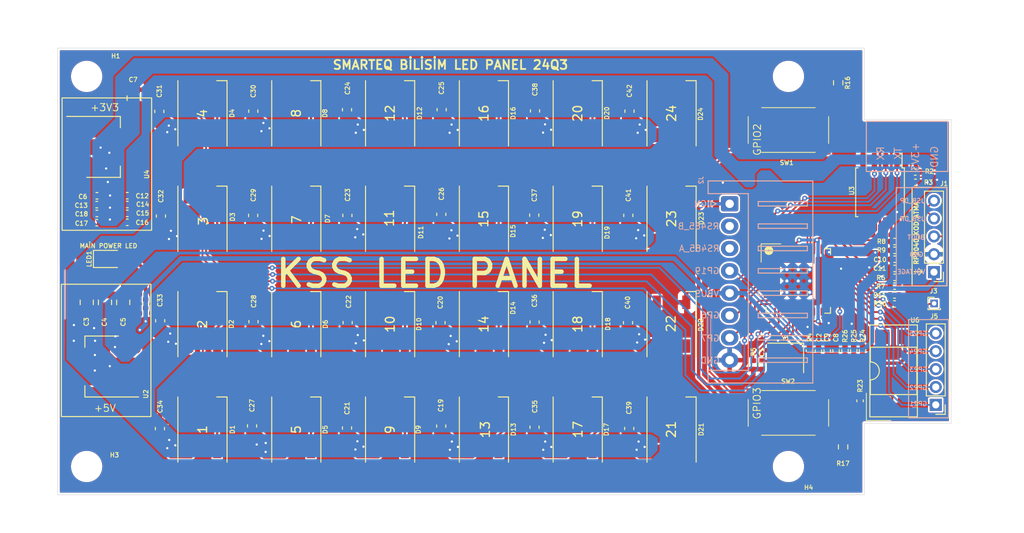
<source format=kicad_pcb>
(kicad_pcb (version 20240108) (generator "pcbnew") (generator_version "8.0")
  (title_block (title "KSS-E") (date "2020-07-13") (rev "REV1") (company "SmartEQ Bilisim"))
  (layers (0 "F.Cu" jumper) (31 "B.Cu" signal) (34 "B.Paste" user) (35 "F.Paste" user) (36 "B.SilkS" user "B.Silkscreen") (37 "F.SilkS" user "F.Silkscreen") (38 "B.Mask" user) (39 "F.Mask" user) (44 "Edge.Cuts" user))
  (net 0 "")
  (net 1 "GND")
  (net 2 "VBUS")
  (net 3 "/Main_MCU/XIN")
  (net 4 "Net-(C2-Pad1)")
  (net 5 "+3V3")
  (net 6 "+1V1")
  (net 7 "RS485_manage")
  (net 8 "+5V")
  (net 9 "GPIO20")
  (net 10 "/Main_MCU/GPIO9")
  (net 11 "GPIO8")
  (net 12 "GPIO6")
  (net 13 "GPIO7")
  (net 14 "Net-(D4-DOUT)")
  (net 15 "Net-(D11-DIN)")
  (net 16 "Net-(D12-DIN)")
  (net 17 "Net-(D13-DIN)")
  (net 18 "C")
  (net 19 "Net-(D1-DOUT)")
  (net 20 "/Main_MCU/GPIO11")
  (net 21 "Net-(D2-DOUT)")
  (net 22 "B")
  (net 23 "A")
  (net 24 "Net-(D3-DOUT)")
  (net 25 "RS485_B")
  (net 26 "RS485_A")
  (net 27 "ADC_VREF")
  (net 28 "Net-(D5-DOUT)")
  (net 29 "Net-(D12-DOUT)")
  (net 30 "TX")
  (net 31 "RX")
  (net 32 "/Main_MCU/GPIO12")
  (net 33 "Net-(D16-DOUT)")
  (net 34 "Net-(D20-DOUT)")
  (net 35 "Net-(LED1-Pad2)")
  (net 36 "Net-(D10-DIN)")
  (net 37 "/Main_MCU/GPIO13")
  (net 38 "Net-(D10-DOUT)")
  (net 39 "Net-(D11-DOUT)")
  (net 41 "Net-(D13-DOUT)")
  (net 42 "/Main_MCU/GPIO14")
  (net 43 "GPIO19")
  (net 44 "Net-(D14-DOUT)")
  (net 45 "Net-(D15-DOUT)")
  (net 46 "Net-(D17-DOUT)")
  (net 47 "/Main_MCU/GPIO10")
  (net 48 "Net-(D18-DOUT)")
  (net 49 "Net-(D19-DOUT)")
  (net 50 "/Main_MCU/~{USB_BOOT}")
  (net 51 "/Main_MCU/USB_D-")
  (net 52 "/Main_MCU/USB_D+")
  (net 53 "Net-(J3-Pin_1)")
  (net 54 "/Main_MCU/QSPI_SS")
  (net 55 "/Main_MCU/XOUT")
  (net 56 "Net-(U5-TESTEN)")
  (net 57 "Net-(U5-ADC_AVDD)")
  (net 58 "/Main_MCU/GPIO29_ADC3")
  (net 59 "Net-(R16-Pad1)")
  (net 60 "Net-(R17-Pad1)")
  (net 61 "/Main_MCU/GPIO21")
  (net 62 "/Main_MCU/GPIO22")
  (net 63 "/Main_MCU/GPIO23")
  (net 64 "/Main_MCU/GPIO24")
  (net 65 "/Main_MCU/GPIO25")
  (net 66 "/Main_MCU/QSPI_SD1")
  (net 67 "/Main_MCU/QSPI_SD2")
  (net 68 "/Main_MCU/QSPI_SD0")
  (net 69 "/Main_MCU/QSPI_SCLK")
  (net 70 "/Main_MCU/QSPI_SD3")
  (net 71 "/Main_MCU/GPIO0")
  (net 72 "/Main_MCU/GPIO1")
  (net 73 "/Main_MCU/GPIO2")
  (net 74 "/Main_MCU/GPIO3")
  (net 75 "/Main_MCU/SWCLK")
  (net 76 "/Main_MCU/SWD")
  (net 77 "/Main_MCU/RUN")
  (net 78 "/Main_MCU/GPIO26_ADC0")
  (net 79 "/Main_MCU/GPIO27_ADC1")
  (net 80 "/Main_MCU/GPIO28_ADC2")
  (net 83 "IGN")
  (net 84 "Net-(R23-Pad2)")
  (net 85 "Net-(R24-Pad1)")
  (net 86 "Net-(R25-Pad2)")
  (net 88 "/Main_MCU/USB_DP")
  (net 89 "/Main_MCU/USB_DN")
  (footprint "Capacitor_SMD:C_0603_1608Metric" (layer "F.Cu") (at 116.456 107.5484 90)
    (property "Reference" "C32")
    (property "Value" "0.1uF")
  )
  (footprint "LED_SMD:LED_WS2812B_PLCC4_5.0x5.0mm_P3.2mm" (layer "F.Cu") (at 142.106 119.6484 90)
    (property "Reference" "D10")
    (property "Value" "WS2812B")
  )
  (footprint "Capacitor_SMD:C_0402_1005Metric" (layer "F.Cu") (at 198.566 115.3884 180)
    (property "Reference" "R7")
    (property "Value" "1R")
  )
  (footprint "Capacitor_SMD:C_0805_2012Metric" (layer "F.Cu") (at 108.156 117.2084 90)
    (property "Reference" "C3")
    (property "Value" "10uF")
  )
  (footprint "Capacitor_SMD:C_0603_1608Metric" (layer "F.Cu") (at 126.816 119.3684 90)
    (property "Reference" "C28")
    (property "Value" "0.1uF")
  )
  (footprint "Capacitor_SMD:C_0402_1005Metric" (layer "F.Cu") (at 114.746 117.3684 90)
    (property "Reference" "R1" (hide yes))
    (property "Value" "3.3K")
  )
  (footprint "Capacitor_SMD:C_0402_1005Metric" (layer "F.Cu") (at 109.296 105.2784 180)
    (property "Reference" "C6")
    (property "Value" "100nF")
  )
  (footprint "LED_SMD:LED_WS2812B_PLCC4_5.0x5.0mm_P3.2mm" (layer "F.Cu") (at 121.106 131.4484 90)
    (property "Reference" "D1")
    (property "Value" "WS2812B")
  )
  (footprint "Package_TO_SOT_SMD:SOT-223-3_TabPin2" (layer "F.Cu") (at 110.006 99.8084)
    (property "Reference" "U4")
    (property "Value" "LM1117-3.3")
  )
  (footprint "Capacitor_SMD:C_0603_1608Metric" (layer "F.Cu") (at 158.326 95.7784 90)
    (property "Reference" "C38")
    (property "Value" "0.1uF")
  )
  (footprint "Capacitor_SMD:C_0402_1005Metric" (layer "F.Cu") (at 193.996 122.5984 -90)
    (property "Reference" "R25")
    (property "Value" "33R")
  )
  (footprint "Connector_PinHeader_2.00mm:PinHeader_1x05_P2.00mm_Vertical" (layer "F.Cu") (at 203.176 128.6784 180)
    (property "Reference" "J5")
    (property "Value" "DNP")
  )
  (footprint "Capacitor_SMD:C_0402_1005Metric" (layer "F.Cu") (at 193.016 122.5984 -90)
    (property "Reference" "R26")
    (property "Value" "1K")
  )
  (footprint "Capacitor_SMD:C_0402_1005Metric" (layer "F.Cu") (at 198.556 116.3784 180)
    (property "Reference" "R11")
    (property "Value" "1K")
  )
  (footprint "Capacitor_SMD:C_0402_1005Metric" (layer "F.Cu") (at 190.046 122.6284 90)
    (property "Reference" "C2")
    (property "Value" "27pF")
  )
  (footprint "Capacitor_SMD:C_0603_1608Metric" (layer "F.Cu") (at 147.746 119.4884 90)
    (property "Reference" "C20")
    (property "Value" "0.1uF")
  )
  (footprint "LED_SMD:LED_WS2812B_PLCC4_5.0x5.0mm_P3.2mm" (layer "F.Cu") (at 142.106 107.8484 90)
    (property "Reference" "D11")
    (property "Value" "WS2812B")
  )
  (footprint "Capacitor_SMD:C_0402_1005Metric" (layer "F.Cu") (at 112.686 107.2484)
    (property "Reference" "C15")
    (property "Value" "100nF")
  )
  (footprint "Capacitor_SMD:C_0603_1608Metric" (layer "F.Cu") (at 126.776 107.4784 90)
    (property "Reference" "C29")
    (property "Value" "0.1uF")
  )
  (footprint "Capacitor_SMD:C_0603_1608Metric" (layer "F.Cu") (at 137.286 95.6484 90)
    (property "Reference" "C24")
    (property "Value" "0.1uF")
  )
  (footprint "LED_SMD:LED_WS2812B_PLCC4_5.0x5.0mm_P3.2mm" (layer "F.Cu") (at 121.106 119.6484 90)
    (property "Reference" "D2")
    (property "Value" "WS2812B")
  )
  (footprint "Capacitor_SMD:C_0402_1005Metric" (layer "F.Cu") (at 194.976 122.5984 90)
    (property "Reference" "R24")
    (property "Value" "33R")
  )
  (footprint "LED_SMD:LED_WS2812B_PLCC4_5.0x5.0mm_P3.2mm" (layer "F.Cu") (at 142.106 96.0484 90)
    (property "Reference" "D12")
    (property "Value" "WS2812B")
  )
  (footprint "LED_SMD:LED_WS2812B_PLCC4_5.0x5.0mm_P3.2mm" (layer "F.Cu") (at 131.606 107.8484 90)
    (property "Reference" "D7")
    (property "Value" "WS2812B")
  )
  (footprint "Connector_PinHeader_1.00mm:PinHeader_1x01_P1.00mm_Vertical" (layer "F.Cu") (at 202.996 117.3284)
    (property "Reference" "J3")
    (property "Value" "Conn_01x01_Female")
  )
  (footprint "Capacitor_SMD:C_0805_2012Metric" (layer "F.Cu") (at 110.196 117.2084 90)
    (property "Reference" "C4")
    (property "Value" "10uF")
  )
  (footprint "Resistor_SMD:R_0603_1608Metric" (layer "F.Cu") (at 192.806 133.3884 -90)
    (property "Reference" "R17")
    (property "Value" "22R")
  )
  (footprint "Capacitor_SMD:C_0603_1608Metric" (layer "F.Cu") (at 137.356 119.4784 90)
    (property "Reference" "C22")
    (property "Value" "0.1uF")
  )
  (footprint "Connector_PinHeader_2.00mm:PinHeader_1x05_P2.00mm_Vertical" (layer "F.Cu") (at 202.976 113.8234 180)
    (property "Reference" "J1")
    (property "Value" "DNP")
  )
  (footprint "LED_SMD:LED_WS2812B_PLCC4_5.0x5.0mm_P3.2mm" (layer "F.Cu") (at 173.606 107.8484 90)
    (property "Reference" "D23")
    (property "Value" "WS2812B")
  )
  (footprint "LED_SMD:LED_WS2812B_PLCC4_5.0x5.0mm_P3.2mm" (layer "F.Cu") (at 173.606 119.6484 90)
    (property "Reference" "D22")
    (property "Value" "WS2812B")
  )
  (footprint "LED_SMD:LED_WS2812B_PLCC4_5.0x5.0mm_P3.2mm" (layer "F.Cu") (at 173.606 96.0484 90)
    (property "Reference" "D24")
    (property "Value" "WS2812B")
  )
  (footprint "LED_SMD:LED_0805_2012Metric" (layer "F.Cu") (at 110.586 112.3484)
    (property "Reference" "LED1")
    (property "Value" "NCD0805R1 ")
  )
  (footprint "RP2040_minimal:RP2040-QFN-56" (layer "F.Cu") (at 187.786 114.8109)
    (property "Reference" "U5" (hide yes))
    (property "Value" "RP2040")
  )
  (footprint "Crystal:Crystal_SMD_3225-4Pin_3.2x2.5mm" (layer "F.Cu") (at 186.386 123.4284 180)
    (property "Reference" "Y1")
    (property "Value" "12000Mhz")
  )
  (footprint "LED_SMD:LED_WS2812B_PLCC4_5.0x5.0mm_P3.2mm" (layer "F.Cu") (at 152.606 96.0484 90)
    (property "Reference" "D16")
    (property "Value" "WS2812B")
  )
  (footprint "Capacitor_SMD:C_0603_1608Metric" (layer "F.Cu") (at 147.826 131.0584 90)
    (property "Reference" "C19")
    (property "Value" "0.1uF")
  )
  (footprint "Package_SO:SOIC-8_5.23x5.23mm_P1.27mm" (layer "F.Cu") (at 196.936 104.8884 -90)
    (property "Reference" "U3")
    (property "Value" "W25Q16JVS")
  )
  (footprint "Library:TS-1095PS-A8B2-C3D2" (layer "F.Cu") (at 186.686 97.9184 90)
    (property "Reference" "SW1")
    (property "Value" "TS-1095PS-A8B2-C3D2" (hide yes))
  )
  (footprint "Capacitor_SMD:C_0603_1608Metric" (layer "F.Cu") (at 116.276 95.8384 90)
    (property "Reference" "C31")
    (property "Value" "0.1uF")
  )
  (footprint "Capacitor_SMD:C_0402_1005Metric" (layer "F.Cu") (at 198.576 114.4084)
    (property "Reference" "R6")
    (property "Value" "200R")
  )
  (footprint "Capacitor_SMD:C_0603_1608Metric" (layer "F.Cu") (at 116.346 131.3384 90)
    (property "Reference" "C34")
    (property "Value" "0.1uF")
  )
  (footprint "LED_SMD:LED_WS2812B_PLCC4_5.0x5.0mm_P3.2mm" (layer "F.Cu") (at 152.606 107.8484 90)
    (property "Reference" "D15")
    (property "Value" "WS2812B")
  )
  (footprint "Capacitor_SMD:C_0603_1608Metric" (layer "F.Cu") (at 168.766 107.4734 90)
    (property "Reference" "C41")
    (property "Value" "0.1uF")
  )
  (footprint "Resistor_SMD:R_0603_1608Metric" (layer "F.Cu") (at 192.256 92.6334 90)
    (property "Reference" "R16")
    (property "Value" "22R")
  )
  (footprint "Capacitor_SMD:C_0603_1608Metric" (layer "F.Cu") (at 126.796 95.8084 90)
    (property "Reference" "C30")
    (property "Value" "0.1uF")
  )
  (footprint "Capacitor_SMD:C_0402_1005Metric" (layer "F.Cu") (at 192.016 122.6084 -90)
    (property "Reference" "C8")
    (property "Value" "100nF")
  )
  (footprint "Package_DIP:DIP-4_W7.62mm_SMDSocket_SmallPads" (layer "F.Cu") (at 198.456 124.8784 90)
    (property "Reference" "U6")
    (property "Value" "PC817")
  )
  (footprint "LED_SMD:LED_WS2812B_PLCC4_5.0x5.0mm_P3.2mm" (layer "F.Cu") (at 131.606 131.4484 90)
    (property "Reference" "D5")
    (property "Value" "WS2812B")
  )
  (footprint "Capacitor_SMD:C_0603_1608Metric" (layer "F.Cu") (at 137.326 107.4784 90)
    (property "Reference" "C23")
    (property "Value" "0.1uF")
  )
  (footprint "Capacitor_SMD:C_0402_1005Metric" (layer "F.Cu") (at 109.276 106.2684 180)
    (property "Reference" "C13")
    (property "Value" "100nF")
  )
  (footprint "Capacitor_SMD:C_0603_1608Metric" (layer "F.Cu") (at 126.656 131.0384 90)
    (property "Reference" "C27")
    (property "Value" "0.1uF")
  )
  (footprint "Capacitor_SMD:C_0805_2012Metric" (layer "F.Cu") (at 112.236 117.2084 90)
    (property "Reference" "C5")
    (property "Value" "10uF")
  )
  (footprint "LED_SMD:LED_WS2812B_PLCC4_5.0x5.0mm_P3.2mm" (layer "F.Cu") (at 121.106 96.0484 90)
    (property "Reference" "D4")
    (property "Value" "WS2812B")
  )
  (footprint "MountingHole:MountingHole_3mm" (layer "F.Cu") (at 108.146 135.5784)
    (property "Reference" "H3")
    (property "Value" "MountingHole")
  )
  (footprint "Capacitor_SMD:C_0402_1005Metric" (layer "F.Cu") (at 200.886 102.6184)
    (property "Reference" "R2")
    (property "Value" "1K")
  )
  (footprint "Package_TO_SOT_SMD:SOT-223-3_TabPin2" (layer "F.Cu") (at 109.856 124.3884 180)
    (property "Reference" "U2")
    (property "Value" "LM1117-5.0")
  )
  (footprint "Capacitor_SMD:C_0402_1005Metric" (layer "F.Cu") (at 183.746 124.2084 -90)
    (property "Reference" "C1")
    (property "Value" "27pF")
  )
  (footprint "LED_SMD:LED_WS2812B_PLCC4_5.0x5.0mm_P3.2mm" (layer "F.Cu") (at 163.106 107.8484 90)
    (property "Reference" "D19")
    (property "Value" "WS2812B")
  )
  (footprint "Capacitor_SMD:C_0402_1005Metric" (layer "F.Cu") (at 189.036 122.6284 -90)
    (property "Reference" "R4")
    (property "Value" "1K")
  )
  (footprint "Capacitor_SMD:C_0402_1005Metric" (layer "F.Cu") (at 112.686 106.2584)
    (property "Reference" "C14")
    (property "Value" "100nF")
  )
  (footprint "LED_SMD:LED_WS2812B_PLCC4_5.0x5.0mm_P3.2mm" (layer "F.Cu") (at 163.106 119.6484 90)
    (property "Reference" "D18")
    (property "Value" "WS2812B")
  )
  (footprint "Capacitor_SMD:C_0402_1005Metric" (layer "F.Cu") (at 191.026 122.6084 -90)
    (property "Reference" "C9")
    (property "Value" "100nF")
  )
  (footprint "MountingHole:MountingHole_3mm" (layer "F.Cu") (at 186.686 135.5784)
    (property "Reference" "H4")
    (property "Value" "MountingHole")
  )
  (footprint "Capacitor_SMD:C_0402_1005Metric" (layer "F.Cu") (at 198.566 117.3884)
    (property "Reference" "R10")
    (property "Value" "10K")
  )
  (footprint "LED_SMD:LED_WS2812B_PLCC4_5.0x5.0mm_P3.2mm" (layer "F.Cu") (at 163.106 96.0484 90)
    (property "Reference" "D20")
    (property "Value" "WS2812B")
  )
  (footprint "Capacitor_SMD:C_0402_1005Metric" (layer "F.Cu") (at 198.576 111.3884 180)
    (property "Reference" "R9")
    (property "Value" "27R")
  )
  (footprint "LED_SMD:LED_WS2812B_PLCC4_5.0x5.0mm_P3.2mm" (layer "F.Cu") (at 142.106 131.4484 90)
    (property "Reference" "D9")
    (property "Value" "WS2812B")
  )
  (footprint "Capacitor_SMD:C_0402_1005Metric" (layer "F.Cu") (at 198.586 112.3784)
    (property "Reference" "C10")
    (property "Value" "1uF")
  )
  (footprint "LED_SMD:LED_WS2812B_PLCC4_5.0x5.0mm_P3.2mm" (layer "F.Cu") (at 163.106 131.4484 90)
    (property "Reference" "D17")
    (property "Value" "WS2812B")
  )
  (footprint "Capacitor_SMD:C_0402_1005Metric" (layer "F.Cu") (at 112.686 105.2684)
    (property "Reference" "C12")
    (property "Value" "100nF")
  )
  (footprint "Capacitor_SMD:C_0402_1005Metric" (layer "F.Cu") (at 200.906 103.7784 180)
    (property "Reference" "R3")
    (property "Value" "DNP")
  )
  (footprint "Capacitor_SMD:C_0603_1608Metric" (layer "F.Cu") (at 116.376 119.2684 90)
    (property "Reference" "C33")
    (property "Value" "0.1uF")
  )
  (footprint "Capacitor_SMD:C_0603_1608Metric" (layer "F.Cu") (at 147.836 107.3584 90)
    (property "Reference" "C26")
    (property "Value" "0.1uF")
  )
  (footprint "LED_SMD:LED_WS2812B_PLCC4_5.0x5.0mm_P3.2mm" (layer "F.Cu") (at 152.606 119.6484 90)
    (property "Reference" "D14")
    (property "Value" "WS2812B")
  )
  (footprint "Capacitor_SMD:C_0402_1005Metric" (layer "F.Cu") (at 194.706 128.2284 -90)
    (property "Reference" "R23")
    (property "Value" "2.2K")
  )
  (footprint "MountingHole:MountingHole_3mm" (layer "F.Cu") (at 108.146 91.9184)
    (property "Reference" "H1")
    (property "Value" "MountingHole")
  )
  (footprint "Capacitor_SMD:C_0603_1608Metric" (layer "F.Cu") (at 158.236 107.4484 90)
    (property "Reference" "C37")
    (property "Value" "0.1uF")
  )
  (footprint "Library:TS-1095PS-A8B2-C3D2" (layer "F.Cu") (at 186.686 129.5784 -90)
    (property "Reference" "SW2")
    (property "Value" "TS-1095PS-A8B2-C3D2" (hide yes))
  )
  (footprint "Capacitor_SMD:C_0402_1005Metric" (layer "F.Cu") (at 109.276 108.2884 180)
    (property "Reference" "C17")
    (property "Value" "100nF")
  )
  (footprint "LED_SMD:LED_WS2812B_PLCC4_5.0x5.0mm_P3.2mm" (layer "F.Cu") (at 131.606 119.6484 90)
    (property "Reference" "D6")
    (property "Value" "WS2812B")
  )
  (footprint "Capacitor_SMD:C_0805_2012Metric" (layer "F.Cu") (at 113.406 94.3584 90)
    (property "Reference" "C7")
    (property "Value" "10uF")
  )
  (footprint "Capacitor_SMD:C_0603_1608Metric" (layer "F.Cu") (at 158.276 119.4184 90)
    (property "Reference" "C36")
    (property "Value" "0.1uF")
  )
  (footprint "Capacitor_SMD:C_0402_1005Metric" (layer "F.Cu") (at 112.686 108.2484)
    (property "Reference" "C16")
    (property "Value" "100nF")
  )
  (footprint "Capacitor_SMD:C_0603_1608Metric" (layer "F.Cu") (at 137.286 131.2684 90)
    (property "Reference" "C21")
    (property "Value" "0.1uF")
  )
  (footprint "Capacitor_SMD:C_0402_1005Metric" (layer "F.Cu") (at 198.576 110.3984 180)
    (property "Reference" "R8")
    (property "Value" "27R")
  )
  (footprint "Capacitor_SMD:C_0603_1608Metric" (layer "F.Cu") (at 158.266 131.1834 90)
    (property "Reference" "C35")
    (property "Value" "0.1uF")
  )
  (footprint "LED_SMD:LED_WS2812B_PLCC4_5.0x5.0mm_P3.2mm" (layer "F.Cu") (at 121.106 107.8484 90)
    (property "Reference" "D3")
    (property "Value" "WS2812B")
  )
  (footprint "Capacitor_SMD:C_0603_1608Metric" (layer "F.Cu") (at 168.896 95.8084 90)
    (property "Reference" "C42")
    (property "Value" "0.1uF")
  )
  (footprint "Capacitor_SMD:C_0402_1005Metric" (layer "F.Cu") (at 109.286 107.2584 180)
    (property "Reference" "C18")
    (property "Value" "100nF")
  )
  (footprint "Capacitor_SMD:C_0603_1608Metric" (layer "F.Cu") (at 168.736 119.4884 90)
    (property "Reference" "C40")
    (property "Value" "0.1uF")
  )
  (footprint "Capacitor_SMD:C_0402_1005Metric" (layer "F.Cu") (at 198.576 113.4184)
    (property "Reference" "C11")
    (property "Value" "1uF")
  )
  (footprint "LED_SMD:LED_WS2812B_PLCC4_5.0x5.0mm_P3.2mm" (layer "F.Cu") (at 173.606 131.4484 90)
    (property "Reference" "D21")
    (property "Value" "WS2812B")
  )
  (footprint "Capacitor_SMD:C_0603_1608Metric" (layer "F.Cu") (at 168.866 131.3284 90)
    (property "Reference" "C39")
    (property "Value" "0.1uF")
  )
  (footprint "Capacitor_SMD:C_0402_1005Metric" (layer "F.Cu") (at 182.756 124.2084 -90)
    (property "Reference" "R5")
    (property "Value" "0R")
  )
  (footprint "MountingHole:MountingHole_3mm" (layer "F.Cu") (at 186.686 91.9184)
    (property "Reference" "H2" (hide yes))
    (property "Value" "MountingHole")
  )
  (footprint "Capacitor_SMD:C_0603_1608Metric" (layer "F.Cu") (at 147.876 95.6384 90)
    (property "Reference" "C25")
    (property "Value" "0.1uF")
  )
  (footprint "LED_SMD:LED_WS2812B_PLCC4_5.0x5.0mm_P3.2mm" (layer "F.Cu") (at 131.606 96.0484 90)
    (property "Reference" "D8")
    (property "Value" "WS2812B")
  )
  (footprint "LED_SMD:LED_WS2812B_PLCC4_5.0x5.0mm_P3.2mm" (layer "F.Cu") (at 152.606 131.4484 90)
    (property "Reference" "D13")
    (property "Value" "WS2812B")
  )
  (footprint "Connector_JST:JST_XH_S8B-XH-A_1x08_P2.50mm_Horizontal" (layer "B.Cu") (at 180.106 106.1784 -90)
    (property "Reference" "J2")
    (property "Value" "Conn_01x08_Socket")
  )
  (gr_rect (start 195.406 96.9484) (end 204.526 102.5584) (stroke (width 0.12)) (fill none) (layer "B.SilkS"))
  (gr_rect (start 200.126 119.1384) (end 204.606 130.1284) (stroke (width 0.12)) (fill none) (layer "B.SilkS"))
  (gr_rect (start 198.756 104.3684) (end 204.406 115.3684) (stroke (width 0.12)) (fill none) (layer "B.SilkS"))
  (gr_line (start 200.746 113.7784) (end 201.636 113.7784) (stroke (width 0.12)) (layer "F.SilkS"))
  (gr_rect (start 105.316 115.1784) (end 115.336 129.9884) (stroke (width 0.12)) (fill none) (layer "F.SilkS"))
  (gr_line (start 201.636 113.7784) (end 201.274893 114.139507) (stroke (width 0.12)) (layer "F.SilkS"))
  (gr_line (start 201.636 113.7784) (end 201.270451 113.412851) (stroke (width 0.12)) (layer "F.SilkS"))
  (gr_rect (start 105.396 94.3284) (end 115.416 109.1384) (stroke (width 0.12)) (fill none) (layer "F.SilkS"))
  (gr_rect (start 200.526 104.3384) (end 204.431 115.3634) (stroke (width 0.12)) (fill none) (layer "F.SilkS"))
  (gr_line (start 195.196 138.7484) (end 195.196 130.7484) (stroke (width 0.05)) (layer "Edge.Cuts"))
  (gr_line (start 195.196 138.7484) (end 104.896 138.7484) (stroke (width 0.05)) (layer "Edge.Cuts"))
  (gr_line (start 195.196 130.7484) (end 204.896 130.7484) (stroke (width 0.05)) (layer "Edge.Cuts"))
  (gr_line (start 195.196 88.7484) (end 104.896 88.7484) (stroke (width 0.05)) (layer "Edge.Cuts"))
  (gr_line (start 204.896 96.7484) (end 204.896 130.7484) (stroke (width 0.05)) (layer "Edge.Cuts"))
  (gr_line (start 195.196 96.7484) (end 204.896 96.7484) (stroke (width 0.05)) (layer "Edge.Cuts"))
  (gr_line (start 195.196 96.7484) (end 195.196 88.7484) (stroke (width 0.05)) (layer "Edge.Cuts"))
  (gr_line (start 104.896 88.7484) (end 104.896 138.7484) (stroke (width 0.05)) (layer "Edge.Cuts"))
  (gr_text "GP19" (at 179.016 114.0884 0) (layer "B.SilkS") (effects (font (size 0.7 0.7) (thickness 0.1)) (justify left bottom mirror)))
  (gr_text "GP22\n\n" (at 202.246 127.8584 0) (layer "B.SilkS") (effects (font (size 0.5 0.5) (thickness 0.1) (bold yes)) (justify left bottom mirror)))
  (gr_text "USB_DN" (at 202.126 108.1484 0) (layer "B.SilkS") (effects (font (size 0.5 0.5) (thickness 0.1) (bold yes)) (justify left bottom mirror)))
  (gr_text "GP25\n" (at 202.226 120.9784 0) (layer "B.SilkS") (effects (font (size 0.5 0.5) (thickness 0.1) (bold yes)) (justify left bottom mirror)))
  (gr_text "GND\n" (at 201.846 112.1484 0) (layer "B.SilkS") (effects (font (size 0.5 0.5) (thickness 0.1) (bold yes)) (justify left bottom mirror)))
  (gr_text "GP24\n\n" (at 202.226 123.8084 0) (layer "B.SilkS") (effects (font (size 0.5 0.5) (thickness 0.1) (bold yes)) (justify left bottom mirror)))
  (gr_text "GP23\n\n" (at 202.266 125.8184 0) (layer "B.SilkS") (effects (font (size 0.5 0.5) (thickness 0.1) (bold yes)) (justify left bottom mirror)))
  (gr_text "VOLTAGE" (at 202.056 114.0784 0) (layer "B.SilkS") (effects (font (size 0.5 0.5) (thickness 0.1) (bold yes)) (justify left bottom mirror)))
  (gr_text "GP21\n\n" (at 202.256 129.6584 0) (layer "B.SilkS") (effects (font (size 0.5 0.5) (thickness 0.1) (bold yes)) (justify left bottom mirror)))
  (gr_text "VBUS" (at 178.976 116.6484 0) (layer "B.SilkS") (effects (font (size 0.7 0.7) (thickness 0.1)) (justify left bottom mirror)))
  (gr_text "IGN" (at 177.956 106.5984 0) (layer "B.SilkS") (effects (font (size 0.7 0.7) (thickness 0.1) (bold yes)) (justify left bottom mirror)))
  (gr_text "RS485_B\n" (at 178.976 109.0984 0) (layer "B.SilkS") (effects (font (size 0.7 0.7) (thickness 0.1)) (justify left bottom mirror)))
  (gr_text "GND" (at 179.046 124.1184 0) (layer "B.SilkS") (effects (font (size 0.7 0.7) (thickness 0.1)) (justify left bottom mirror)))
  (gr_text "BOOT" (at 202.006 110.2184 0) (layer "B.SilkS") (effects (font (size 0.5 0.5) (thickness 0.1) (bold yes)) (justify left bottom mirror)))
  (gr_text "TX" (at 199.426 99.7884 90) (layer "B.SilkS") (effects (font (size 0.8 0.8) (thickness 0.1)) (justify left bottom mirror)))
  (gr_text "GP6" (at 179.036 119.0584 0) (layer "B.SilkS") (effects (font (size 0.7 0.7) (thickness 0.1)) (justify left bottom mirror)))
  (gr_text "RS485_A\n" (at 179.016 111.5884 0) (layer "B.SilkS") (effects (font (size 0.7 0.7) (thickness 0.1)) (justify left bottom mirror)))
  (gr_text "GP7\n" (at 179.036 121.6384 0) (layer "B.SilkS") (effects (font (size 0.7 0.7) (thickness 0.1)) (justify left bottom mirror)))
  (gr_text "USB_DP" (at 202.106 106.1384 0) (layer "B.SilkS") (effects (font (size 0.5 0.5) (thickness 0.1) (bold yes)) (justify left bottom mirror)))
  (gr_text "RX" (at 197.476 99.6784 90) (layer "B.SilkS") (effects (font (size 0.8 0.8) (thickness 0.1)) (justify left bottom mirror)))
  (gr_text "GND" (at 203.496 99.6484 90) (layer "B.SilkS") (effects (font (size 0.8 0.8) (thickness 0.1)) (justify left bottom mirror)))
  (gr_text "+3V3\n" (at 201.366 99.2584 90) (layer "B.SilkS") (effects (font (size 0.8 0.8) (thickness 0.1)) (justify left bottom mirror)))
  (gr_text "GPIO3" (at 183.639 130.359352 90) (layer "F.SilkS") (effects (font (size 0.8 0.8) (thickness 0.1)) (justify left bottom)))
  (gr_text "+3V3\n" (at 108.506 95.8684 0) (layer "F.SilkS") (effects (font (size 0.8 0.8) (thickness 0.1)) (justify left bottom)))
  (gr_text "KSS LED PANEL" (at 129.106 115.7384 0) (layer "F.SilkS") (effects (font (size 3 3) (thickness 0.5) (bold yes)) (justify left bottom)))
  (gr_text "GPIO2\n" (at 183.669 100.849352 90) (layer "F.SilkS") (effects (font (size 0.8 0.8) (thickness 0.1)) (justify left bottom)))
  (gr_text "RP2040_KOD ATMA" (at 201.296 113.0484 90) (layer "F.SilkS") (effects (font (size 0.5 0.5) (thickness 0.125) (bold yes)) (justify left bottom)))
  (gr_text "+5V" (at 108.906 129.5184 0) (layer "F.SilkS") (effects (font (size 0.8 0.8) (thickness 0.1)) (justify left bottom)))
  (gr_text "SMARTEQ BİLİSİM LED PANEL 24Q3" (at 135.586 91.2184 0) (layer "F.SilkS") (effects (font (size 1 1) (thickness 0.2) (bold yes)) (justify left bottom)))
  (gr_text "MAİN POWER LED\n" (at 107.306 111.1784 0) (layer "F.SilkS") (effects (font (size 0.5 0.5) (thickness 0.1)) (justify left bottom)))
  (via (at 111.366 121.0084) (size 0.55) (drill 0.25) (layers "F.Cu" "B.Cu") (net 1))
  (via (at 185.516 121.4884) (size 0.55) (drill 0.25) (layers "F.Cu" "B.Cu") (net 1))
  (via (at 203.326 103.4934) (size 0.55) (drill 0.25) (layers "F.Cu" "B.Cu") (net 1))
  (via (at 179.346 103.8084) (size 0.55) (drill 0.25) (layers "F.Cu" "B.Cu") (net 1))
  (via (at 196.406 111.6384) (size 0.55) (drill 0.25) (layers "F.Cu" "B.Cu") (net 1))
  (via (at 193.766 119.6084) (size 0.55) (drill 0.25) (layers "F.Cu" "B.Cu") (net 1))
  (via (at 192.576 113.4384) (size 0.55) (drill 0.25) (layers "F.Cu" "B.Cu") (net 1))
  (via (at 111.316 122.2084) (size 0.55) (drill 0.25) (layers "F.Cu" "B.Cu") (net 1))
  (via (at 188.826 119.9584) (size 0.55) (drill 0.25) (layers "F.Cu" "B.Cu") (net 1))
  (via (at 195.736 113.2984) (size 0.55) (drill 0.25) (layers "F.Cu" "B.Cu") (net 1))
  (via (at 191.196 119.5284) (size 0.55) (drill 0.25) (layers "F.Cu" "B.Cu") (net 1))
  (segment (start 114.746 117.8484) (end 114.746 119.3284) (width 0.381) (layer "F.Cu") (net 2))
  (via (at 114.746 119.3284) (size 0.55) (drill 0.25) (layers "F.Cu" "B.Cu") (net 2))
  (via (at 114.096 120.2884) (size 0.55) (drill 0.25) (layers "F.Cu" "B.Cu") (net 2))
  (segment (start 181.836 116.1784) (end 188.156 122.4984) (width 0.508) (layer "B.Cu") (net 2))
  (segment (start 173.906 112.2984) (end 177.786 116.1784) (width 0.508) (layer "B.Cu") (net 2))
  (segment (start 114.096 120.2884) (end 114.746 119.6384) (width 0.508) (layer "B.Cu") (net 2))
  (segment (start 196.036 121.5984) (end 196.036 116.5684) (width 0.508) (layer "B.Cu") (net 2))
  (segment (start 188.156 122.4984) (end 195.136 122.4984) (width 0.508) (layer "B.Cu") (net 2))
  (segment (start 196.936 115.6684) (end 202.186 115.6684) (width 0.508) (layer "B.Cu") (net 2))
  (segment (start 202.976 114.8784) (end 202.976 113.8234) (width 0.508) (layer "B.Cu") (net 2))
  (segment (start 180.106 116.1784) (end 181.836 116.1784) (width 0.508) (layer "B.Cu") (net 2))
  (segment (start 196.036 116.5684) (end 196.936 115.6684) (width 0.508) (layer "B.Cu") (net 2))
  (segment (start 195.136 122.4984) (end 196.036 121.5984) (width 0.508) (layer "B.Cu") (net 2))
  (segment (start 114.746 116.2384) (end 118.686 112.2984) (width 0.508) (layer "B.Cu") (net 2))
  (segment (start 202.186 115.6684) (end 202.976 114.8784) (width 0.508) (layer "B.Cu") (net 2))
  (segment (start 114.746 119.6384) (end 114.746 116.2384) (width 0.508) (layer "B.Cu") (net 2))
  (segment (start 118.686 112.2984) (end 173.906 112.2984) (width 0.508) (layer "B.Cu") (net 2))
  (segment (start 177.786 116.1784) (end 180.106 116.1784) (width 0.508) (layer "B.Cu") (net 2))
  (segment (start 186.366 123.9884) (end 186.076 124.2784) (width 0.2) (layer "F.Cu") (net 3))
  (segment (start 186.366 121.4184) (end 186.366 123.9884) (width 0.2) (layer "F.Cu") (net 3))
  (segment (start 184.696 124.2784) (end 184.146 123.7284) (width 0.254) (layer "F.Cu") (net 3))
  (segment (start 187.186 120.5984) (end 186.366 121.4184) (width 0.2) (layer "F.Cu") (net 3))
  (segment (start 185.286 124.2784) (end 184.696 124.2784) (width 0.254) (layer "F.Cu") (net 3))
  (segment (start 187.186 118.2484) (end 187.186 120.5984) (width 0.2) (layer "F.Cu") (net 3))
  (segment (start 184.146 123.7284) (end 183.746 123.7284) (width 0.254) (layer "F.Cu") (net 3))
  (segment (start 186.076 124.2784) (end 185.286 124.2784) (width 0.2) (layer "F.Cu") (net 3))
  (segment (start 188.716 123.1084) (end 188.186 122.5784) (width 0.504) (layer "F.Cu") (net 4))
  (segment (start 188.186 122.5784) (end 187.486 122.5784) (width 0.504) (layer "F.Cu") (net 4))
  (segment (start 189.036 123.1084) (end 188.716 123.1084) (width 0.504) (layer "F.Cu") (net 4))
  (segment (start 189.036 123.1084) (end 190.046 123.1084) (width 0.504) (layer "F.Cu") (net 4))
  (segment (start 201.386 103.7784) (end 202.246 103.7784) (width 0.508) (layer "F.Cu") (net 5))
  (segment (start 198.841 107.1034) (end 198.846 107.0984) (width 0.508) (layer "F.Cu") (net 5))
  (segment (start 194.976 121.0584) (end 194.736 120.8184) (width 0.381) (layer "F.Cu") (net 5))
  (segment (start 198.841 108.4884) (end 198.841 107.1034) (width 0.508) (layer "F.Cu") (net 5))
  (segment (start 194.976 122.1184) (end 194.976 121.0584) (width 0.381) (layer "F.Cu") (net 5))
  (via (at 110.756 106.6084) (size 0.55) (drill 0.25) (layers "F.Cu" "B.Cu") (net 5))
  (via (at 194.736 120.8184) (size 0.55) (drill 0.25) (layers "F.Cu" "B.Cu") (net 5))
  (via (at 110.686 100.4684) (size 0.55) (drill 0.25) (layers "F.Cu" "B.Cu") (net 5))
  (via (at 202.246 103.7784) (size 0.55) (drill 0.25) (layers "F.Cu" "B.Cu") (net 5))
  (via (at 197.106 113.3784) (size 0.55) (drill 0.25) (layers "F.Cu" "B.Cu") (net 5))
  (via (at 110.766 105.2484) (size 0.55) (drill 0.25) (layers "F.Cu" "B.Cu") (net 5))
  (via (at 110.746 107.9384) (size 0.55) (drill 0.25) (layers "F.Cu" "B.Cu") (net 5))
  (via (at 191.226 111.5884) (size 0.55) (drill 0.25) (layers "F.Cu" "B.Cu") (net 5))
  (via (at 110.516 103.7384) (size 0.55) (drill 0.25) (layers "F.Cu" "B.Cu") (net 5))
  (via (at 197.116 114.2984) (size 0.55) (drill 0.25) (layers "F.Cu" "B.Cu") (net 5))
  (via (at 198.846 107.0984) (size 0.55) (drill 0.25) (layers "F.Cu" "B.Cu") (net 5))
  (via (at 109.706 99.8884) (size 0.55) (drill 0.25) (layers "F.Cu" "B.Cu") (net 5))
  (via (at 110.326 102.2284) (size 0.55) (drill 0.25) (layers "F.Cu" "B.Cu") (net 5))
  (segment (start 191.026 122.1284) (end 192.016 122.1284) (width 0.341) (layer "F.Cu") (net 6))
  (segment (start 191.026 120.3984) (end 191.026 122.1284) (width 0.341) (layer "F.Cu") (net 6))
  (segment (start 198.106 112.3784) (end 194.496 112.3784) (width 0.254) (layer "F.Cu") (net 6))
  (segment (start 190.006 119.3184) (end 188.646 119.3184) (width 0.2) (layer "F.Cu") (net 6))
  (segment (start 192.146 110.0284) (end 190.076 110.0284) (width 0.254) (layer "F.Cu") (net 6))
  (segment (start 187.586 110.5284) (end 187.586 111.3734) (width 0.2) (layer "F.Cu") (net 6))
  (segment (start 188.646 119.3184) (end 188.386 119.0584) (width 0.2) (layer "F.Cu") (net 6))
  (segment (start 187.886 110.2284) (end 187.586 110.5284) (width 0.2) (layer "F.Cu") (net 6))
  (segment (start 189.586 110.5184) (end 189.586 111.3734) (width 0.2) (layer "F.Cu") (net 6))
  (segment (start 190.076 110.0284) (end 189.876 110.2284) (width 0.254) (layer "F.Cu") (net 6))
  (segment (start 190.006 119.3784) (end 191.026 120.3984) (width 0.341) (layer "F.Cu") (net 6))
  (segment (start 189.876 110.2284) (end 189.586 110.5184) (width 0.2) (layer "F.Cu") (net 6))
  (segment (start 188.386 119.0584) (end 188.386 118.2484) (width 0.2) (layer "F.Cu") (net 6))
  (segment (start 194.496 112.3784) (end 192.146 110.0284) (width 0.254) (layer "F.Cu") (net 6))
  (segment (start 190.006 119.3184) (end 190.006 119.3784) (width 0.341) (layer "F.Cu") (net 6))
  (via (at 187.886 110.2284) (size 0.55) (drill 0.25) (layers "F.Cu" "B.Cu") (net 6))
  (via (at 190.006 119.3184) (size 0.55) (drill 0.25) (layers "F.Cu" "B.Cu") (net 6))
  (via (at 189.876 110.2284) (size 0.55) (drill 0.25) (layers "F.Cu" "B.Cu") (net 6))
  (segment (start 187.886 110.2284) (end 189.876 110.2284) (width 0.341) (layer "B.Cu") (net 6))
  (segment (start 190.006 110.3584) (end 189.876 110.2284) (width 0.381) (layer "B.Cu") (net 6))
  (segment (start 190.006 119.3184) (end 190.006 110.3584) (width 0.381) (layer "B.Cu") (net 6))
  (segment (start 106.276 119.3084) (end 106.276 104.9084) (width 1) (layer "F.Cu") (net 8))
  (segment (start 106.706 121.5084) (end 106.706 124.3884) (width 1) (layer "F.Cu") (net 8))
  (segment (start 106.716 119.7484) (end 106.716 121.4984) (width 1) (layer "F.Cu") (net 8))
  (segment (start 106.716 119.7484) (end 106.276 119.3084) (width 1) (layer "F.Cu") (net 8))
  (segment (start 106.716 121.4984) (end 106.706 121.5084) (width 1) (layer "F.Cu") (net 8))
  (segment (start 106.276 104.9084) (end 106.856 104.3284) (width 1) (layer "F.Cu") (net 8))
  (segment (start 106.856 104.3284) (end 106.856 102.1084) (width 1) (layer "F.Cu") (net 8))
  (via (at 159.3335 121.7359) (size 0.55) (drill 0.25) (layers "F.Cu" "B.Cu") (net 8))
  (via (at 170.596 133.3884) (size 0.55) (drill 0.25) (layers "F.Cu" "B.Cu") (net 8))
  (via (at 117.336 97.4284) (size 0.55) (drill 0.25) (layers "F.Cu" "B.Cu") (net 8))
  (via (at 138.486 120.8684) (size 0.55) (drill 0.25) (layers "F.Cu" "B.Cu") (net 8))
  (via (at 149.646 109.7384) (size 0.55) (drill 0.25) (layers "F.Cu" "B.Cu") (net 8))
  (via (at 149.566 121.5684) (size 0.55) (drill 0.25) (layers "F.Cu" "B.Cu") (net 8))
  (via (at 159.226 98.2084) (size 0.55) (drill 0.25) (layers "F.Cu" "B.Cu") (net 8))
  (via (at 117.496 120.6984) (size 0.55) (drill 0.25) (layers "F.Cu" "B.Cu") (net 8))
  (via (at 138.486 97.3084) (size 0.55) (drill 0.25) (layers "F.Cu" "B.Cu") (net 8))
  (via (at 170.656 121.3784) (size 0.55) (drill 0.25) (layers "F.Cu" "B.Cu") (net 8))
  (via (at 128.616 109.7784) (size 0.55) (drill 0.25) (layers "F.Cu" "B.Cu") (net 8))
  (via (at 110.736 124.3484) (size 0.55) (drill 0.25) (layers "F.Cu" "B.Cu") (net 8))
  (via (at 148.986 97.3084) (size 0.55) (drill 0.25) (layers "F.Cu" "B.Cu") (net 8))
  (via (at 160.146 133.3884) (size 0.55) (drill 0.25) (layers "F.Cu" "B.Cu") (net 8))
  (via (at 117.386 132.6084) (size 0.55) (drill 0.25) (layers "F.Cu" "B.Cu") (net 8))
  (via (at 139.166 97.9084) (size 0.55) (drill 0.25) (layers "F.Cu" "B.Cu") (net 8))
  (via (at 149.666 97.9084) (size 0.55) (drill 0.25) (layers "F.Cu" "B.Cu") (net 8))
  (via (at 170.716 97.9084) (size 0.55) (drill 0.25) (layers "F.Cu" "B.Cu") (net 8))
  (via (at 159.196 109.9984) (size 0.55) (drill 0.25) (layers "F.Cu" "B.Cu") (net 8))
  (via (at 159.246 133.7084) (size 0.55) (drill 0.25) (layers "F.Cu" "B.Cu") (net 8))
  (via (at 118.136 121.8384) (size 0.55) (drill 0.25) (layers "F.Cu" "B.Cu") (net 8))
  (via (at 117.166 133.5284) (size 0.55) (drill 0.25) (layers "F.Cu" "B.Cu") (net 8))
  (via (at 139.166 121.4684) (size 0.55) (drill 0.25) (layers "F.Cu" "B.Cu") (net 8))
  (via (at 127.716 110.0984) (size 0.55) (drill 0.25) (layers "F.Cu" "B.Cu") (net 8))
  (via (at 127.916 120.9484) (size 0.55) (drill 0.25) (layers "F.Cu" "B.Cu") (net 8))
  (via (at 138.266 98.2284) (size 0.55) (drill 0.25) (layers "F.Cu" "B.Cu") (net 8))
  (via (at 139.106 109.6084) (size 0.55) (drill 0.25) (layers "F.Cu" "B.Cu") (net 8))
  (via (at 109.056 124.8384) (size 0.55) (drill 0.25) (layers "F.Cu" "B.Cu") (net 8))
  (via (at 170.546 109.7184) (size 0.55) (drill 0.25) (layers "F.Cu" "B.Cu") (net 8))
  (via (at 170.036 97.3084) (size 0.55) (drill 0.25) (layers "F.Cu" "B.Cu") (net 8))
  (via (at 128.606 97.7284) (size 0.55) (drill 0.25) (layers "F.Cu" "B.Cu") (net 8))
  (via (at 169.816 98.2284) (size 0.55) (drill 0.25) (layers "F.Cu" "B.Cu") (net 8))
  (via (at 169.646 110.0384) (size 0.55) (drill 0.25) (layers "F.Cu" "B.Cu") (net 8))
  (via (at 159.446 97.2884) (size 0.55) (drill 0.25) (layers "F.Cu" "B.Cu") (net 8))
  (via (at 148.666 121.8884) (size 0.55) (drill 0.25) (layers "F.Cu" "B.Cu") (net 8))
  (via (at 148.886 120.9684) (size 0.55) (drill 0.25) (layers "F.Cu" "B.Cu") (net 8))
  (via (at 139.126 133.3584) (size 0.55) (drill 0.25) (layers "F.Cu" "B.Cu") (net 8))
  (via (at 169.866 109.1184) (size 0.55) (drill 0.25) (layers "F.Cu" "B.Cu") (net 8))
  (via (at 118.256 109.7984) (size 0.55) (drill 0.25) (layers "F.Cu" "B.Cu") (net 8))
  (via (at 128.596 121.5484) (size 0.55) (drill 0.25) (layers "F.Cu" "B.Cu") (net 8))
  (via (at 127.706 98.0484) (size 0.55) (drill 0.25) (layers "F.Cu" "B.Cu") (net 8))
  (via (at 169.696 133.7084) (size 0.55) (drill 0.25) (layers "F.Cu" "B.Cu") (net 8))
  (via (at 148.796 133.7084) (size 0.55) (drill 0.25) (layers "F.Cu" "B.Cu") (net 8))
  (via (at 159.506 120.8384) (size 0.55) (drill 0.25) (layers "F.Cu" "B.Cu") (net 8))
  (via (at 138.226 133.6784) (size 0.55) (drill 0.25) (layers "F.Cu" "B.Cu") (net 8))
  (via (at 128.186 132.9484) (size 0.55) (drill 0.25) (layers "F.Cu" "B.Cu") (net 8))
  (via (at 106.706 121.5084) (size 0.55) (drill 0.25) (layers "F.Cu" "B.Cu") (net 8))
  (via (at 109.066 123.0984) (size 0.55) (drill 0.25) (layers "F.Cu" "B.Cu") (net 8))
  (via (at 169.916 132.7884) (size 0.55) (drill 0.25) (layers "F.Cu" "B.Cu") (net 8))
  (via (at 149.696 133.3884) (size 0.55) (drill 0.25) (layers "F.Cu" "B.Cu") (net 8))
  (via (at 169.976 120.7784) (size 0.55) (drill 0.25) (layers "F.Cu" "B.Cu") (net 8))
  (via (at 159.416 109.0784) (size 0.55) (drill 0.25) (layers "F.Cu" "B.Cu") (net 8))
  (via (at 118.066 133.2084) (size 0.55) (drill 0.25) (layers "F.Cu" "B.Cu") (net 8))
  (via (at 128.176 133.9484) (size 0.55) (drill 0.25) (layers "F.Cu" "B.Cu") (net 8))
  (via (at 159.466 132.7884) (size 0.55) (drill 0.25) (layers "F.Cu" "B.Cu") (net 8))
  (via (at 149.016 132.7884) (size 0.55) (drill 0.25) (layers "F.Cu" "B.Cu") (net 8))
  (via (at 127.696 121.8684) (size 0.55) (drill 0.25) (layers "F.Cu" "B.Cu") (net 8))
  (via (at 117.576 109.1984) (size 0.55) (drill 0.25) (layers "F.Cu" "B.Cu") (net 8))
  (via (at 138.206 109.9284) (size 0.55) (drill 0.25) (layers "F.Cu" "B.Cu") (net 8))
  (via (at 127.926 97.1284) (size 0.55) (drill 0.25) (layers "F.Cu" "B.Cu") (net 8))
  (via (at 117.356 110.1184) (size 0.55) (drill 0.25) (layers "F.Cu" "B.Cu") (net 8))
  (via (at 118.066 97.8384) (size 0.55) (drill 0.25) (layers "F.Cu" "B.Cu") (net 8))
  (via (at 138.426 109.0084) (size 0.55) (drill 0.25) (layers "F.Cu" "B.Cu") (net 8))
  (via (at 148.766 98.2284) (size 0.55) (drill 0.25) (layers "F.Cu" "B.Cu") (net 8))
  (via (at 160.186 121.4384) (size 0.55) (drill 0.25) (layers "F.Cu" "B.Cu") (net 8))
  (via (at 108.976 120.0884) (size 0.55) (drill 0.25) (layers "F.Cu" "B.Cu") (net 8))
  (via (at 127.936 109.1784) (size 0.55) (drill 0.25) (layers "F.Cu" "B.Cu") (net 8))
  (via (at 148.966 109.1384) (size 0.55) (drill 0.25) (layers "F.Cu" "B.Cu") (net 8))
  (via (at 109.086 121.5084) (size 0.55) (drill 0.25) (layers "F.Cu" "B.Cu") (net 8))
  (via (at 148.746 110.0584) (size 0.55) (drill 0.25) (layers "F.Cu" "B.Cu") (net 8))
  (via (at 138.446 132.7584) (size 0.55) (drill 0.25) (layers "F.Cu" "B.Cu") (net 8))
  (via (at 138.266 121.7884) (size 0.55) (drill 0.25) (layers "F.Cu" "B.Cu") (net 8))
  (via (at 117.166 98.1584) (size 0.55) (drill 0.25) (layers "F.Cu" "B.Cu") (net 8))
  (via (at 160.126 97.8884) (size 0.55) (drill 0.25) (layers "F.Cu" "B.Cu") (net 8))
  (via (at 127.176 133.1184) (size 0.55) (drill 0.25) (layers "F.Cu" "B.Cu") (net 8))
  (via (at 106.716 119.7484) (size 0.55) (drill 0.25) (layers "F.Cu" "B.Cu") (net 8))
  (via (at 160.096 109.6784) (size 0.55) (drill 0.25) (layers "F.Cu" "B.Cu") (net 8))
  (via (at 117.276 121.6184) (size 0.55) (drill 0.25) (layers "F.Cu" "B.Cu") (net 8))
  (via (at 169.756 121.6984) (size 0.55) (drill 0.25) (layers "F.Cu" "B.Cu") (net 8))
  (segment (start 192.2185 116.6109) (end 193.016 117.4084) (width 0.2) (layer "F.Cu") (net 9))
  (segment (start 191.2235 116.6109) (end 192.2185 116.6109) (width 0.2) (layer "F.Cu") (net 9))
  (segment (start 193.016 117.4084) (end 193.016 122.1184) (width 0.2) (layer "F.Cu") (net 9))
  (segment (start 180.106 118.6784) (end 180.746 118.6784) (width 0.2) (layer "F.Cu") (net 12))
  (segment (start 182.046 116.432714) (end 183.467814 115.0109) (width 0.2) (layer "F.Cu") (net 12))
  (segment (start 183.467814 115.0109) (end 184.3485 115.0109) (width 0.2) (layer "F.Cu") (net 12))
  (segment (start 182.046 117.3784) (end 182.046 116.432714) (width 0.2) (layer "F.Cu") (net 12))
  (segment (start 180.746 118.6784) (end 182.046 117.3784) (width 0.2) (layer "F.Cu") (net 12))
  (segment (start 180.106 121.1784) (end 180.326 121.1784) (width 0.2) (layer "F.Cu") (net 13))
  (segment (start 182.446 119.0584) (end 182.446 116.5984) (width 0.2) (layer "F.Cu") (net 13))
  (segment (start 180.326 121.1784) (end 182.446 119.0584) (width 0.2) (layer "F.Cu") (net 13))
  (segment (start 183.6335 115.4109) (end 184.3485 115.4109) (width 0.2) (layer "F.Cu") (net 13))
  (segment (start 182.446 116.5984) (end 183.6335 115.4109) (width 0.2) (layer "F.Cu") (net 13))
  (segment (start 122.756 96.0584) (end 125.216 93.5984) (width 0.254) (layer "F.Cu") (net 14))
  (segment (start 125.216 93.5984) (end 129.956 93.5984) (width 0.254) (layer "F.Cu") (net 14))
  (segment (start 122.756 98.4984) (end 122.756 96.0584) (width 0.254) (layer "F.Cu") (net 14))
  (segment (start 133.256 110.2984) (end 133.256 107.5884) (width 0.254) (layer "F.Cu") (net 15))
  (segment (start 133.256 107.5884) (end 135.446 105.3984) (width 0.254) (layer "F.Cu") (net 15))
  (segment (start 135.446 105.3984) (end 140.456 105.3984) (width 0.254) (layer "F.Cu") (net 15))
  (segment (start 133.256 96.0884) (end 135.716 93.6284) (width 0.254) (layer "F.Cu") (net 16))
  (segment (start 133.256 98.8984) (end 133.256 96.0884) (width 0.254) (layer "F.Cu") (net 16))
  (segment (start 140.426 93.6284) (end 140.456 93.5984) (width 0.254) (layer "F.Cu") (net 16))
  (segment (start 135.716 93.6284) (end 140.426 93.6284) (width 0.254) (layer "F.Cu") (net 16))
  (segment (start 143.756 133.8984) (end 143.756 131.2184) (width 0.254) (layer "F.Cu") (net 17))
  (segment (start 143.756 131.2184) (end 145.976 128.9984) (width 0.254) (layer "F.Cu") (net 17))
  (segment (start 145.976 128.9984) (end 150.956 128.9984) (width 0.254) (layer "F.Cu") (net 17))
  (segment (start 122.756 131.2084) (end 124.966 128.9984) (width 0.254) (layer "F.Cu") (net 19))
  (segment (start 122.756 133.8984) (end 122.756 131.2084) (width 0.254) (layer "F.Cu") (net 19))
  (segment (start 124.966 128.9984) (end 129.956 128.9984) (width 0.254) (layer "F.Cu") (net 19))
  (segment (start 122.936101 114.088501) (end 121.106 112.2584) (width 0.2) (layer "F.Cu") (net 20))
  (segment (start 128.958499 114.088501) (end 122.936101 114.088501) (width 0.2) (layer "F.Cu") (net 20))
  (segment (start 121.106 106.2484) (end 120.256 105.3984) (width 0.2) (layer "F.Cu") (net 20))
  (segment (start 182.526 121.0984) (end 182.526 120.4084) (width 0.2) (layer "F.Cu") (net 20))
  (segment (start 121.106 112.2584) (end 121.106 106.2484) (width 0.2) (layer "F.Cu") (net 20))
  (segment (start 182.526 120.4084) (end 183.326 119.6084) (width 0.2) (layer "F.Cu") (net 20))
  (segment (start 120.256 105.3984) (end 119.456 105.3984) (width 0.2) (layer "F.Cu") (net 20))
  (segment (start 183.6035 117.4109) (end 184.3485 117.4109) (width 0.2) (layer "F.Cu") (net 20))
  (segment (start 183.326 117.6884) (end 183.6035 117.4109) (width 0.2) (layer "F.Cu") (net 20))
  (segment (start 183.326 119.6084) (end 183.326 117.6884) (width 0.2) (layer "F.Cu") (net 20))
  (via (at 128.958499 114.088501) (size 0.55) (drill 0.25) (layers "F.Cu" "B.Cu") (net 20))
  (via (at 182.526 121.0984) (size 0.55) (drill 0.25) (layers "F.Cu" "B.Cu") (net 20))
  (segment (start 181.256 125.7284) (end 177.906 125.7284) (width 0.2) (layer "B.Cu") (net 20))
  (segment (start 176.816 119.5884) (end 171.316 114.0884) (width 0.2) (layer "B.Cu") (net 20))
  (segment (start 128.9586 114.0884) (end 128.958499 114.088501) (width 0.2) (layer "B.Cu") (net 20))
  (segment (start 176.816 124.6384) (end 176.816 119.5884) (width 0.2) (layer "B.Cu") (net 20))
  (segment (start 171.316 114.0884) (end 128.9586 114.0884) (width 0.2) (layer "B.Cu") (net 20))
  (segment (start 182.526 124.4584) (end 181.256 125.7284) (width 0.2) (layer "B.Cu") (net 20))
  (segment (start 182.526 121.0984) (end 182.526 124.4584) (width 0.2) (layer "B.Cu") (net 20))
  (segment (start 177.906 125.7284) (end 176.816 124.6384) (width 0.2) (layer "B.Cu") (net 20))
  (segment (start 125.596 117.1984) (end 129.956 117.1984) (width 0.254) (layer "F.Cu") (net 21))
  (segment (start 122.756 120.0384) (end 125.596 117.1984) (width 0.254) (layer "F.Cu") (net 21))
  (segment (start 122.756 122.0984) (end 122.756 120.0384) (width 0.254) (layer "F.Cu") (net 21))
  (segment (start 125.086 105.3984) (end 129.956 105.3984) (width 0.254) (layer "F.Cu") (net 24))
  (segment (start 122.756 107.7284) (end 125.086 105.3984) (width 0.254) (layer "F.Cu") (net 24))
  (segment (start 122.756 110.2984) (end 122.756 107.7284) (width 0.254) (layer "F.Cu") (net 24))
  (segment (start 199.046 115.3884) (end 199.046 114.4184) (width 0.254) (layer "F.Cu") (net 27))
  (segment (start 199.046 114.4184) (end 199.056 114.4084) (width 0.254) (layer "F.Cu") (net 27))
  (segment (start 133.256 133.8984) (end 133.256 131.7084) (width 0.254) (layer "F.Cu") (net 28))
  (segment (start 135.966 128.9984) (end 140.456 128.9984) (width 0.254) (layer "F.Cu") (net 28))
  (segment (start 133.256 131.7084) (end 135.966 128.9984) (width 0.254) (layer "F.Cu") (net 28))
  (segment (start 143.756 98.8984) (end 143.756 95.9484) (width 0.254) (layer "F.Cu") (net 29))
  (segment (start 143.756 95.9484) (end 146.106 93.5984) (width 0.254) (layer "F.Cu") (net 29))
  (segment (start 146.106 93.5984) (end 150.956 93.5984) (width 0.254) (layer "F.Cu") (net 29))
  (segment (start 122.436 114.8384) (end 120.076 117.1984) (width 0.2) (layer "F.Cu") (net 32))
  (segment (start 185.186 118.8384) (end 185.186 118.2484) (width 0.2) (layer "F.Cu") (net 32))
  (segment (start 183.271112 120.753288) (end 185.186 118.8384) (width 0.2) (layer "F.Cu") (net 32))
  (segment (start 128.946 114.8384) (end 122.436 114.8384) (width 0.2) (layer "F.Cu") (net 32))
  (segment (start 120.076 117.1984) (end 119.456 117.1984) (width 0.2) (layer "F.Cu") (net 32))
  (via (at 183.271112 120.753288) (size 0.55) (drill 0.25) (layers "F.Cu" "B.Cu") (net 32))
  (via (at 128.946 114.8384) (size 0.55) (drill 0.25) (layers "F.Cu" "B.Cu") (net 32))
  (segment (start 175.856 124.7884) (end 175.856 119.8984) (width 0.2) (layer "B.Cu") (net 32))
  (segment (start 128.956 114.8484) (end 128.946 114.8384) (width 0.2) (layer "B.Cu") (net 32))
  (segment (start 181.496 126.4084) (end 177.476 126.4084) (width 0.2) (layer "B.Cu") (net 32))
  (segment (start 183.246 120.7784) (end 183.246 124.6584) (width 0.2) (layer "B.Cu") (net 32))
  (segment (start 177.476 126.4084) (end 175.856 124.7884) (width 0.2) (layer "B.Cu") (net 32))
  (segment (start 175.856 119.8984) (end 170.806 114.8484) (width 0.2) (layer "B.Cu") (net 32))
  (segment (start 183.246 124.6584) (end 181.496 126.4084) (width 0.2) (layer "B.Cu") (net 32))
  (segment (start 183.271112 120.753288) (end 183.246 120.7784) (width 0.2) (layer "B.Cu") (net 32))
  (segment (start 170.806 114.8484) (end 128.956 114.8484) (width 0.2) (layer "B.Cu") (net 32))
  (segment (start 156.646 93.5984) (end 161.456 93.5984) (width 0.254) (layer "F.Cu") (net 33))
  (segment (start 154.256 95.9884) (end 156.646 93.5984) (width 0.254) (layer "F.Cu") (net 33))
  (segment (start 154.256 98.8984) (end 154.256 95.9884) (width 0.254) (layer "F.Cu") (net 33))
  (segment (start 164.756 95.9584) (end 167.106 93.6084) (width 0.254) (layer "F.Cu") (net 34))
  (segment (start 171.946 93.6084) (end 171.956 93.5984) (width 0.254) (layer "F.Cu") (net 34))
  (segment (start 164.756 98.8984) (end 164.756 95.9584) (width 0.254) (layer "F.Cu") (net 34))
  (segment (start 167.106 93.6084) (end 171.946 93.6084) (width 0.254) (layer "F.Cu") (net 34))
  (segment (start 114.746 113.6784) (end 113.416 112.3484) (width 0.381) (layer "F.Cu") (net 35))
  (segment (start 114.746 116.8884) (end 114.746 113.6784) (width 0.381) (layer "F.Cu") (net 35))
  (segment (start 113.416 112.3484) (end 111.5235 112.3484) (width 0.381) (layer "F.Cu") (net 35))
  (segment (start 133.246 122.1084) (end 133.246 119.5584) (width 0.254) (layer "F.Cu") (net 36))
  (segment (start 135.596 117.2084) (end 140.446 117.2084) (width 0.254) (layer "F.Cu") (net 36))
  (segment (start 133.246 119.5584) (end 135.596 117.2084) (width 0.254) (layer "F.Cu") (net 36))
  (segment (start 121.146 128.1384) (end 121.146 116.9484) (width 0.2) (layer "F.Cu") (net 37))
  (segment (start 120.286 128.9984) (end 121.146 128.1384) (width 0.2) (layer "F.Cu") (net 37))
  (segment (start 121.146 116.9484) (end 122.456 115.6384) (width 0.2) (layer "F.Cu") (net 37))
  (segment (start 184.261 120.8634) (end 185.586 119.5384) (width 0.2) (layer "F.Cu") (net 37))
  (segment (start 122.456 115.6384) (end 128.876 115.6384) (width 0.2) (layer "F.Cu") (net 37))
  (segment (start 119.456 128.9984) (end 120.286 128.9984) (width 0.2) (layer "F.Cu") (net 37))
  (segment (start 185.586 119.5384) (end 185.586 118.2484) (width 0.2) (layer "F.Cu") (net 37))
  (via (at 128.876 115.6384) (size 0.55) (drill 0.25) (layers "F.Cu" "B.Cu") (net 37))
  (via (at 184.261 120.8634) (size 0.55) (drill 0.25) (layers "F.Cu" "B.Cu") (net 37))
  (segment (start 181.666 127.0784) (end 176.886 127.0784) (width 0.2) (layer "B.Cu") (net 37))
  (segment (start 183.976 121.1484) (end 183.976 124.7684) (width 0.2) (layer "B.Cu") (net 37))
  (segment (start 176.886 127.0784) (end 175.156 125.3484) (width 0.2) (layer "B.Cu") (net 37))
  (segment (start 175.156 125.3484) (end 175.156 120.3084) (width 0.2) (layer "B.Cu") (net 37))
  (segment (start 183.976 124.7684) (end 181.666 127.0784) (width 0.2) (layer "B.Cu") (net 37))
  (segment (start 175.156 120.3084) (end 170.486 115.6384) (width 0.2) (layer "B.Cu") (net 37))
  (segment (start 170.486 115.6384) (end 128.876 115.6384) (width 0.2) (layer "B.Cu") (net 37))
  (segment (start 184.261 120.8634) (end 183.976 121.1484) (width 0.2) (layer "B.Cu") (net 37))
  (segment (start 143.776 122.0884) (end 143.776 119.4084) (width 0.254) (layer "F.Cu") (net 38))
  (segment (start 143.776 119.4084) (end 145.996 117.1884) (width 0.254) (layer "F.Cu") (net 38))
  (segment (start 145.996 117.1884) (end 150.976 117.1884) (width 0.254) (layer "F.Cu") (net 38))
  (segment (start 146.496 105.4184) (end 150.876 105.4184) (width 0.254) (layer "F.Cu") (net 39))
  (segment (start 143.756 110.2984) (end 143.756 108.1584) (width 0.254) (layer "F.Cu") (net 39))
  (segment (start 143.756 108.1584) (end 146.496 105.4184) (width 0.254) (layer "F.Cu") (net 39))
  (segment (start 157.336 128.9984) (end 161.456 128.9984) (width 0.254) (layer "F.Cu") (net 41))
  (segment (start 154.256 133.8984) (end 154.256 132.0784) (width 0.254) (layer "F.Cu") (net 41))
  (segment (start 154.256 132.0784) (end 157.336 128.9984) (width 0.254) (layer "F.Cu") (net 41))
  (segment (start 192.436 117.394086) (end 192.436 118.2284) (width 0.2) (layer "F.Cu") (net 43))
  (segment (start 192.052814 117.0109) (end 192.436 117.394086) (width 0.2) (layer "F.Cu") (net 43))
  (segment (start 191.2235 117.0109) (end 192.052814 117.0109) (width 0.2) (layer "F.Cu") (net 43))
  (via (at 192.436 118.2284) (size 0.55) (drill 0.25) (layers "F.Cu" "B.Cu") (net 43))
  (segment (start 192.436 120.0584) (end 191.226 121.2684) (width 0.2) (layer "B.Cu") (net 43))
  (segment (start 188.306 121.2684) (end 180.716 113.6784) (width 0.2) (layer "B.Cu") (net 43))
  (segment (start 192.436 118.2284) (end 192.436 120.0584) (width 0.2) (layer "B.Cu") (net 43))
  (segment (start 191.226 121.2684) (end 188.306 121.2684) (width 0.2) (layer "B.Cu") (net 43))
  (segment (start 180.716 113.6784) (end 180.106 113.6784) (width 0.2) (layer "B.Cu") (net 43))
  (segment (start 154.256 122.0984) (end 154.256 119.7784) (width 0.254) (layer "F.Cu") (net 44))
  (segment (start 156.856 117.1784) (end 161.436 117.1784) (width 0.254) (layer "F.Cu") (net 44))
  (segment (start 161.436 117.1784) (end 161.456 117.1984) (width 0.254) (layer "F.Cu") (net 44))
  (segment (start 154.256 119.7784) (end 156.856 117.1784) (width 0.254) (layer "F.Cu") (net 44))
  (segment (start 154.256 107.5584) (end 156.426 105.3884) (width 0.254) (layer "F.Cu") (net 45))
  (segment (start 154.256 110.2984) (end 154.256 107.5584) (width 0.254) (layer "F.Cu") (net 45))
  (segment (start 161.446 105.3884) (end 161.456 105.3984) (width 0.254) (layer "F.Cu") (net 45))
  (segment (start 156.426 105.3884) (end 161.446 105.3884) (width 0.254) (layer "F.Cu") (net 45))
  (segment (start 167.876 128.9984) (end 171.956 128.9984) (width 0.254) (layer "F.Cu") (net 46))
  (segment (start 164.756 132.1184) (end 167.876 128.9984) (width 0.254) (layer "F.Cu") (net 46))
  (segment (start 164.756 133.8984) (end 164.756 132.1184) (width 0.254) (layer "F.Cu") (net 46))
  (segment (start 123.096 113.3484) (end 121.506 111.7584) (width 0.2) (layer "F.Cu") (net 47))
  (segment (start 128.910312 113.340048) (end 128.90196 113.3484) (width 0.2) (layer "F.Cu") (net 47))
  (segment (start 121.506 111.7584) (end 121.506 97.1184) (width 0.2) (layer "F.Cu") (net 47))
  (segment (start 182.926 119.3384) (end 182.926 117.4784) (width 0.2) (layer "F.Cu") (net 47))
  (segment (start 182.926 117.4784) (end 183.3935 117.0109) (width 0.2) (layer "F.Cu") (net 47))
  (segment (start 181.776 120.4884) (end 182.926 119.3384) (width 0.2) (layer "F.Cu") (net 47))
  (segment (start 119.456 95.0684) (end 119.456 93.5984) (width 0.2) (layer "F.Cu") (net 47))
  (segment (start 183.3935 117.0109) (end 184.3485 117.0109) (width 0.2) (layer "F.Cu") (net 47))
  (segment (start 181.776 121.5084) (end 181.776 120.4884) (width 0.2) (layer "F.Cu") (net 47))
  (segment (start 121.506 97.1184) (end 119.456 95.0684) (width 0.2) (layer "F.Cu") (net 47))
  (segment (start 128.90196 113.3484) (end 123.096 113.3484) (width 0.2) (layer "F.Cu") (net 47))
  (via (at 181.776 121.5084) (size 0.55) (drill 0.25) (layers "F.Cu" "B.Cu") (net 47))
  (via (at 128.910312 113.340048) (size 0.55) (drill 0.25) (layers "F.Cu" "B.Cu") (net 47))
  (segment (start 172.267648 113.340048) (end 128.910312 113.340048) (width 0.2) (layer "B.Cu") (net 47))
  (segment (start 177.716 118.7884) (end 172.267648 113.340048) (width 0.2) (layer "B.Cu") (net 47))
  (segment (start 181.756 121.5284) (end 181.756 124.3484) (width 0.2) (layer "B.Cu") (net 47))
  (segment (start 177.716 124.1884) (end 177.716 118.7884) (width 0.2) (layer "B.Cu") (net 47))
  (segment (start 181.046 125.0584) (end 178.586 125.0584) (width 0.2) (layer "B.Cu") (net 47))
  (segment (start 181.756 124.3484) (end 181.046 125.0584) (width 0.2) (layer "B.Cu") (net 47))
  (segment (start 181.776 121.5084) (end 181.756 121.5284) (width 0.2) (layer "B.Cu") (net 47))
  (segment (start 178.586 125.0584) (end 177.716 124.1884) (width 0.2) (layer "B.Cu") (net 47))
  (segment (start 164.756 119.730296) (end 167.287896 117.1984) (width 0.254) (layer "F.Cu") (net 48))
  (segment (start 164.756 122.1084) (end 164.756 119.730296) (width 0.254) (layer "F.Cu") (net 48))
  (segment (start 167.287896 117.1984) (end 171.946 117.1984) (width 0.254) (layer "F.Cu") (net 48))
  (segment (start 167.056 105.3984) (end 171.956 105.3984) (width 0.254) (layer "F.Cu") (net 49))
  (segment (start 164.756 107.6984) (end 167.056 105.3984) (width 0.254) (layer "F.Cu") (net 49))
  (segment (start 164.756 110.2984) (end 164.756 107.6984) (width 0.254) (layer "F.Cu") (net 49))
  (segment (start 204.186 103.1684) (end 204.186 109.5734) (width 0.2) (layer "F.Cu") (net 50))
  (segment (start 203.936 109.8234) (end 202.976 109.8234) (width 0.2) (layer "F.Cu") (net 50))
  (segment (start 201.366 102.6184) (end 203.636 102.6184) (width 0.2) (layer "F.Cu") (net 50))
  (segment (start 203.636 102.6184) (end 204.186 103.1684) (width 0.2) (layer "F.Cu") (net 50))
  (segment (start 204.186 109.5734) (end 203.936 109.8234) (width 0.2) (layer "F.Cu") (net 50))
  (segment (start 201.079906 106.98975) (end 200.80235 107.267306) (width 0.1827) (layer "F.Cu") (net 51))
  (segment (start 202.14235 106.98975) (end 201.079906 106.98975) (width 0.1827) (layer "F.Cu") (net 51))
  (segment (start 200.80235 107.267306) (end 200.80235 110.457306) (width 0.1827) (layer "F.Cu") (net 51))
  (segment (start 202.976 107.8234) (end 202.14235 106.98975) (width 0.1827) (layer "F.Cu") (net 51))
  (segment (start 200.80235 110.457306) (end 200.199906 111.05975) (width 0.1827) (layer "F.Cu") (net 51))
  (segment (start 200.199906 111.05975) (end 199.849651 111.05975) (width 0.1827) (layer "F.Cu") (net 51))
  (segment (start 199.849651 111.05975) (end 199.521001 111.3884) (width 0.1827) (layer "F.Cu") (net 51))
  (segment (start 199.521001 111.3884) (end 199.056 111.3884) (width 0.1827) (layer "F.Cu") (net 51))
  (segment (start 202.14235 106.65705) (end 200.942094 106.65705) (width 0.1827) (layer "F.Cu") (net 52))
  (segment (start 200.46965 110.319494) (end 200.062094 110.72705) (width 0.1827) (layer "F.Cu") (net 52))
  (segment (start 199.521001 110.3984) (end 199.056 110.3984) (width 0.1827) (layer "F.Cu") (net 52))
  (segment (start 200.942094 106.65705) (end 200.46965 107.129494) (width 0.1827) (layer "F.Cu") (net 52))
  (segment (start 199.849651 110.72705) (end 199.521001 110.3984) (width 0.1827) (layer "F.Cu") (net 52))
  (segment (start 200.062094 110.72705) (end 199.849651 110.72705) (width 0.1827) (layer "F.Cu") (net 52))
  (segment (start 202.976 105.8234) (end 202.14235 106.65705) (width 0.1827) (layer "F.Cu") (net 52))
  (segment (start 200.46965 107.129494) (end 200.46965 110.319494) (width 0.1827) (layer "F.Cu") (net 52))
  (segment (start 199.046 117.3884) (end 202.856 117.3884) (width 0.2) (layer "F.Cu") (net 53))
  (segment (start 202.856 117.3884) (end 202.996 117.2484) (width 0.2) (layer "F.Cu") (net 53))
  (segment (start 200.426 103.7784) (end 200.426 102.6384) (width 0.2) (layer "F.Cu") (net 54))
  (segment (start 198.846 101.2934) (end 198.841 101.2884) (width 0.2) (layer "F.Cu") (net 54))
  (segment (start 198.846 102.7384) (end 198.846 101.2934) (width 0.2) (layer "F.Cu") (net 54))
  (segment (start 185.186 107.286817) (end 185.186 111.3734) (width 0.2) (layer "F.Cu") (net 54))
  (segment (start 200.426 102.6384) (end 200.406 102.6184) (width 0.2) (layer "F.Cu") (net 54))
  (segment (start 200.026 101.2884) (end 198.841 101.2884) (width 0.2) (layer "F.Cu") (net 54))
  (segment (start 185.486 106.986817) (end 185.186 107.286817) (width 0.2) (layer "F.Cu") (net 54))
  (segment (start 200.406 102.6184) (end 200.406 101.6684) (width 0.2) (layer "F.Cu") (net 54))
  (segment (start 200.406 101.6684) (end 200.026 101.2884) (width 0.2) (layer "F.Cu") (net 54))
  (via (at 185.486 106.986817) (size 0.55) (drill 0.25) (layers "F.Cu" "B.Cu") (net 54))
  (via (at 198.846 102.7384) (size 0.55) (drill 0.25) (layers "F.Cu" "B.Cu") (net 54))
  (segment (start 198.846 104.7084) (end 198.846 102.7384) (width 0.2) (layer "B.Cu") (net 54))
  (segment (start 185.486 106.986817) (end 196.567583 106.986817) (width 0.2) (layer "B.Cu") (net 54))
  (segment (start 196.567583 106.986817) (end 198.846 104.7084) (width 0.2) (layer "B.Cu") (net 54))
  (segment (start 189.036 121.4984) (end 188.646 121.1084) (width 0.2) (layer "F.Cu") (net 55))
  (segment (start 188.226 121.1084) (end 187.586 120.4684) (width 0.2) (layer "F.Cu") (net 55))
  (segment (start 187.586 120.4684) (end 187.586 118.2484) (width 0.2) (layer "F.Cu") (net 55))
  (segment (start 188.646 121.1084) (end 188.226 121.1084) (width 0.2) (layer "F.Cu") (net 55))
  (segment (start 189.036 122.1484) (end 189.036 121.4984) (width 0.2) (layer "F.Cu") (net 55))
  (segment (start 185.626 120.6984) (end 186.786 119.5384) (width 0.2) (layer "F.Cu") (net 56))
  (segment (start 182.756 123.7284) (end 182.756 123.1884) (width 0.2) (layer "F.Cu") (net 56))
  (segment (start 185.246 120.6984) (end 185.626 120.6984) (width 0.2) (layer "F.Cu") (net 56))
  (segment (start 186.786 119.5384) (end 186.786 118.2484) (width 0.2) (layer "F.Cu") (net 56))
  (segment (start 182.756 123.1884) (end 185.246 120.6984) (width 0.2) (layer "F.Cu") (net 56))
  (segment (start 190.386 110.8284) (end 190.696 110.5184) (width 0.2) (layer "F.Cu") (net 57))
  (segment (start 191.646 110.5184) (end 196.516 115.3884) (width 0.2) (layer "F.Cu") (net 57))
  (segment (start 196.516 115.3884) (end 198.086 115.3884) (width 0.2) (layer "F.Cu") (net 57))
  (segment (start 190.696 110.5184) (end 191.646 110.5184) (width 0.2) (layer "F.Cu") (net 57))
  (segment (start 190.386 111.3734) (end 190.386 110.8284) (width 0.2) (layer "F.Cu") (net 57))
  (segment (start 198.086 117.3884) (end 198.086 116.3884) (width 0.2) (layer "F.Cu") (net 58))
  (segment (start 193.172814 112.6109) (end 196.850314 116.2884) (width 0.2) (layer "F.Cu") (net 58))
  (segment (start 191.2235 112.6109) (end 193.172814 112.6109) (width 0.2) (layer "F.Cu") (net 58))
  (segment (start 198.086 116.3884) (end 198.076 116.3784) (width 0.2) (layer "F.Cu") (net 58))
  (segment (start 196.850314 116.2884) (end 197.986 116.2884) (width 0.2) (layer "F.Cu") (net 58))
  (segment (start 197.986 116.2884) (end 198.076 116.3784) (width 0.2) (layer "F.Cu") (net 58))
  (segment (start 192.236 93.4784) (end 192.256 93.4584) (width 0.381) (layer "F.Cu") (net 59))
  (segment (start 191.606 95.7184) (end 192.256 95.0684) (width 0.381) (layer "F.Cu") (net 59))
  (segment (start 182.586 95.7184) (end 190.786 95.7184) (width 0.381) (layer "F.Cu") (net 59))
  (segment (start 190.786 95.7184) (end 191.606 95.7184) (width 0.381) (layer "F.Cu") (net 59))
  (segment (start 192.256 95.0684) (end 192.256 93.4584) (width 0.381) (layer "F.Cu") (net 59))
  (segment (start 192.256 93.4584) (end 192.166 93.4584) (width 0.381) (layer "F.Cu") (net 59))
  (segment (start 192.806 132.5634) (end 192.806 132.2184) (width 0.381) (layer "F.Cu") (net 60))
  (segment (start 192.806 132.2184) (end 192.366 131.7784) (width 0.381) (layer "F.Cu") (net 60))
  (segment (start 192.366 131.7784) (end 182.586 131.7784) (width 0.381) (layer "F.Cu") (net 60))
  (segment (start 192.4185 116.2109) (end 191.2235 116.2109) (width 0.2) (layer "F.Cu") (net 61))
  (segment (start 196.996 119.793398) (end 196.000998 119.793398) (width 0.2) (layer "F.Cu") (net 61))
  (segment (start 196.000998 119.793398) (end 192.4185 116.2109) (width 0.2) (layer "F.Cu") (net 61))
  (via (at 196.996 119.793398) (size 0.55) (drill 0.25) (layers "F.Cu" "B.Cu") (net 61))
  (segment (start 197.120998 119.793398) (end 197.936 120.6084) (width 0.2) (layer "B.Cu") (net 61))
  (segment (start 197.936 120.6084) (end 197.936 127.2384) (width 0.2) (layer "B.Cu") (net 61))
  (segment (start 196.996 119.793398) (end 197.120998 119.793398) (width 0.2) (layer "B.Cu") (net 61))
  (segment (start 199.376 128.6784) (end 203.176 128.6784) (width 0.2) (layer "B.Cu") (net 61))
  (segment (start 197.936 127.2384) (end 199.376 128.6784) (width 0.2) (layer "B.Cu") (net 61))
  (segment (start 196.335045 119.043549) (end 192.702396 115.4109) (width 0.2) (layer "F.Cu") (net 62))
  (segment (start 196.980851 119.043549) (end 196.335045 119.043549) (width 0.2) (layer "F.Cu") (net 62))
  (segment (start 192.702396 115.4109) (end 191.2235 115.4109) (width 0.2) (layer "F.Cu") (net 62))
  (via (at 196.980851 119.043549) (size 0.55) (drill 0.25) (layers "F.Cu" "B.Cu") (net 62))
  (segment (start 196.980851 119.043549) (end 197.171149 119.043549) (width 0.2) (layer "B.Cu") (net 62))
  (segment (start 198.436 125.2384) (end 199.876 126.6784) (width 0.2) (layer "B.Cu") (net 62))
  (segment (start 199.876 126.6784) (end 203.176 126.6784) (width 0.2) (layer "B.Cu") (net 62))
  (segment (start 198.436 120.3084) (end 198.436 125.2384) (width 0.2) (layer "B.Cu") (net 62))
  (segment (start 197.171149 119.043549) (end 198.436 120.3084) (width 0.2) (layer "B.Cu") (net 62))
  (segment (start 192.987128 115.0109) (end 191.2235 115.0109) (width 0.2) (layer "F.Cu") (net 63))
  (segment (start 196.269821 118.293593) (end 192.987128 115.0109) (width 0.2) (layer "F.Cu") (net 63))
  (segment (start 196.972491 118.293593) (end 196.269821 118.293593) (width 0.2) (layer "F.Cu") (net 63))
  (via (at 196.972491 118.293593) (size 0.55) (drill 0.25) (layers "F.Cu" "B.Cu") (net 63))
  (segment (start 196.972491 118.293593) (end 197.161193 118.293593) (width 0.2) (layer "B.Cu") (net 63))
  (segment (start 200.106 124.6784) (end 203.176 124.6784) (width 0.2) (layer "B.Cu") (net 63))
  (segment (start 197.161193 118.293593) (end 198.966 120.0984) (width 0.2) (layer "B.Cu") (net 63))
  (segment (start 198.966 120.0984) (end 198.966 123.5384) (width 0.2) (layer "B.Cu") (net 63))
  (segment (start 198.966 123.5384) (end 200.106 124.6784) (width 0.2) (layer "B.Cu") (net 63))
  (segment (start 196.765 117.543779) (end 196.085693 117.543779) (width 0.2) (layer "F.Cu") (net 64))
  (segment (start 193.152814 114.6109) (end 191.2235 114.6109) (width 0.2) (layer "F.Cu") (net 64))
  (segment (start 196.085693 117.543779) (end 193.152814 114.6109) (width 0.2) (layer "F.Cu") (net 64))
  (via (at 196.765 117.543779) (size 0.55) (drill 0.25) (layers "F.Cu" "B.Cu") (net 64))
  (segment (start 199.996 122.6784) (end 203.176 122.6784) (width 0.2) (layer "B.Cu") (net 64))
  (segment (start 199.366 119.7984) (end 199.366 122.0484) (width 0.2) (layer "B.Cu") (net 64))
  (segment (start 196.765 117.543779) (end 197.111379 117.543779) (width 0.2) (layer "B.Cu") (net 64))
  (segment (start 197.111379 117.543779) (end 199.366 119.7984) (width 0.2) (layer "B.Cu") (net 64))
  (segment (start 199.366 122.0484) (end 199.996 122.6784) (width 0.2) (layer "B.Cu") (net 64))
  (segment (start 193.3185 114.2109) (end 191.2235 114.2109) (width 0.2) (layer "F.Cu") (net 65))
  (segment (start 197.268977 116.8634) (end 195.971 116.8634) (width 0.2) (layer "F.Cu") (net 65))
  (segment (start 195.971 116.8634) (end 193.3185 114.2109) (width 0.2) (layer "F.Cu") (net 65))
  (via (at 197.268977 116.8634) (size 0.55) (drill 0.25) (layers "F.Cu" "B.Cu") (net 65))
  (segment (start 199.766 119.3684) (end 199.766 120.3984) (width 0.2) (layer "B.Cu") (net 65))
  (segment (start 197.268977 116.871377) (end 199.766 119.3684) (width 0.2) (layer "B.Cu") (net 65))
  (segment (start 199.766 120.3984) (end 200.046 120.6784) (width 0.2) (layer "B.Cu") (net 65))
  (segment (start 197.268977 116.8634) (end 197.268977 116.871377) (width 0.2) (layer "B.Cu") (net 65))
  (segment (start 200.046 120.6784) (end 203.176 120.6784) (width 0.2) (layer "B.Cu") (net 65))
  (segment (start 186.914413 106.379987) (end 185.586 107.7084) (width 0.2) (layer "F.Cu") (net 66))
  (segment (start 197.571 102.7034) (end 197.586 102.7184) (width 0.2) (layer "F.Cu") (net 66))
  (segment (start 197.571 101.2884) (end 197.571 102.7034) (width 0.2) (layer "F.Cu") (net 66))
  (segment (start 185.586 107.7084) (end 185.586 111.3734) (width 0.2) (layer "F.Cu") (net 66))
  (segment (start 186.914413 106.326813) (end 186.914413 106.379987) (width 0.2) (layer "F.Cu") (net 66))
  (via (at 186.914413 106.326813) (size 0.55) (drill 0.25) (layers "F.Cu" "B.Cu") (net 66))
  (via (at 197.586 102.7184) (size 0.55) (drill 0.25) (layers "F.Cu" "B.Cu") (net 66))
  (segment (start 186.926 106.3384) (end 195.866 106.3384) (width 0.2) (layer "B.Cu") (net 66))
  (segment (start 195.866 106.3384) (end 197.586 104.6184) (width 0.2) (layer "B.Cu") (net 66))
  (segment (start 197.586 104.6184) (end 197.586 102.7184) (width 0.2) (layer "B.Cu") (net 66))
  (segment (start 186.914413 106.326813) (end 186.926 106.3384) (width 0.2) (layer "B.Cu") (net 66))
  (segment (start 196.316 101.3034) (end 196.301 101.2884) (width 0.2) (layer "F.Cu") (net 67))
  (segment (start 196.316 102.8284) (end 196.316 101.3034) (width 0.2) (layer "F.Cu") (net 67))
  (segment (start 188.506 105.5484) (end 185.986 108.0684) (width 0.2) (layer "F.Cu") (net 67))
  (segment (start 185.986 108.0684) (end 185.986 111.3734) (width 0.2) (layer "F.Cu") (net 67))
  (via (at 188.506 105.5484) (size 0.55) (drill 0.25) (layers "F.Cu" "B.Cu") (net 67))
  (via (at 196.316 102.8284) (size 0.55) (drill 0.25) (layers "F.Cu" "B.Cu") (net 67))
  (segment (start 196.316 104.7184) (end 196.316 102.8284) (width 0.2) (layer "B.Cu") (net 67))
  (segment (start 188.506 105.5484) (end 195.486 105.5484) (width 0.2) (layer "B.Cu") (net 67))
  (segment (start 195.486 105.5484) (end 196.316 104.7184) (width 0.2) (layer "B.Cu") (net 67))
  (segment (start 192.961686 107.7684) (end 188.146 107.7684) (width 0.2) (layer "F.Cu") (net 68))
  (segment (start 195.031 108.4884) (end 193.681686 108.4884) (width 0.2) (layer "F.Cu") (net 68))
  (segment (start 186.386 109.5284) (end 186.386 111.3734) (width 0.2) (layer "F.Cu") (net 68))
  (segment (start 193.681686 108.4884) (end 192.961686 107.7684) (width 0.2) (layer "F.Cu") (net 68))
  (segment (start 188.146 107.7684) (end 186.386 109.5284) (width 0.2) (layer "F.Cu") (net 68))
  (segment (start 196.086 109.8484) (end 196.301 109.6334) (width 0.2) (layer "F.Cu") (net 69))
  (segment (start 186.786 109.694086) (end 188.311686 108.1684) (width 0.2) (layer "F.Cu") (net 69))
  (segment (start 188.311686 108.1684) (end 192.796 108.1684) (width 0.2) (layer "F.Cu") (net 69))
  (segment (start 194.476 109.8484) (end 196.086 109.8484) (width 0.2) (layer "F.Cu") (net 69))
  (segment (start 192.796 108.1684) (end 194.476 109.8484) (width 0.2) (layer "F.Cu") (net 69))
  (segment (start 196.301 109.6334) (end 196.301 108.4884) (width 0.2) (layer "F.Cu") (net 69))
  (segment (start 186.786 111.3734) (end 186.786 109.694086) (width 0.2) (layer "F.Cu") (net 69))
  (segment (start 194.310315 110.2484) (end 197.056 110.2484) (width 0.2) (layer "F.Cu") (net 70))
  (segment (start 192.630314 108.5684) (end 194.310315 110.2484) (width 0.2) (layer "F.Cu") (net 70))
  (segment (start 187.186 109.859772) (end 188.477372 108.5684) (width 0.2) (layer "F.Cu") (net 70))
  (segment (start 188.477372 108.5684) (end 192.630314 108.5684) (width 0.2) (layer "F.Cu") (net 70))
  (segment (start 187.186 111.3734) (end 187.186 109.859772) (width 0.2) (layer "F.Cu") (net 70))
  (segment (start 197.056 110.2484) (end 197.571 109.7334) (width 0.2) (layer "F.Cu") (net 70))
  (segment (start 197.571 109.7334) (end 197.571 108.4884) (width 0.2) (layer "F.Cu") (net 70))
  (segment (start 180.856 112.4284) (end 181.8385 113.4109) (width 0.2) (layer "F.Cu") (net 73))
  (segment (start 177.936 102.3284) (end 177.936 111.6984) (width 0.2) (layer "F.Cu") (net 73))
  (segment (start 178.666 112.4284) (end 180.856 112.4284) (width 0.2) (layer "F.Cu") (net 73))
  (segment (start 181.8385 113.4109) (end 184.3485 113.4109) (width 0.2) (layer "F.Cu") (net 73))
  (segment (start 180.046 100.2184) (end 177.936 102.3284) (width 0.2) (layer "F.Cu") (net 73))
  (segment (start 177.936 111.6984) (end 178.666 112.4284) (width 0.2) (layer "F.Cu") (net 73))
  (segment (start 190.786 100.2184) (end 180.046 100.2184) (width 0.2) (layer "F.Cu") (net 73))
  (segment (start 180.806 114.9284) (end 181.9235 113.8109) (width 0.2) (layer "F.Cu") (net 74))
  (segment (start 177.866 124.9684) (end 177.866 115.7584) (width 0.2) (layer "F.Cu") (net 74))
  (segment (start 180.176 127.2784) (end 177.866 124.9684) (width 0.2) (layer "F.Cu") (net 74))
  (segment (start 178.696 114.9284) (end 180.806 114.9284) (width 0.2) (layer "F.Cu") (net 74))
  (segment (start 190.786 127.2784) (end 180.176 127.2784) (width 0.2) (layer "F.Cu") (net 74))
  (segment (start 177.866 115.7584) (end 178.696 114.9284) (width 0.2) (layer "F.Cu") (net 74))
  (segment (start 181.9235 113.8109) (end 184.3485 113.8109) (width 0.2) (layer "F.Cu") (net 74))
  (segment (start 193.616 127.7484) (end 194.706 127.7484) (width 0.381) (layer "F.Cu") (net 83))
  (segment (start 192.216 129.1484) (end 193.616 127.7484) (width 0.381) (layer "F.Cu") (net 83))
  (segment (start 180.246 129.1484) (end 192.216 129.1484) (width 0.381) (layer "F.Cu") (net 83))
  (segment (start 176.636 125.5384) (end 180.246 129.1484) (width 0.381) (layer "F.Cu") (net 83))
  (segment (start 176.636 106.6484) (end 176.636 125.5384) (width 0.381) (layer "F.Cu") (net 83))
  (segment (start 176.866 106.4184) (end 176.636 106.6484) (width 0.381) (layer "F.Cu") (net 83))
  (via (at 176.866 106.4184) (size 0.55) (drill 0.25) (layers "F.Cu" "B.Cu") (net 83))
  (segment (start 176.866 106.4184) (end 177.106 106.1784) (width 0.381) (layer "B.Cu") (net 83))
  (segment (start 177.106 106.1784) (end 180.106 106.1784) (width 0.381) (layer "B.Cu") (net 83))
  (segment (start 194.706 128.7084) (end 197.166 128.7084) (width 0.381) (layer "F.Cu") (net 84))
  (segment (start 197.166 128.7084) (end 197.186 128.6884) (width 0.381) (layer "F.Cu") (net 84))
  (segment (start 196.686 123.0784) (end 194.976 123.0784) (width 0.381) (layer "F.Cu") (net 85))
  (segment (start 197.186 122.5784) (end 196.686 123.0784) (width 0.381) (layer "F.Cu") (net 85))
  (segment (start 197.186 121.0684) (end 197.186 122.5784) (width 0.381) (layer "F.Cu") (net 85))
  (segment (start 199.726 121.0684) (end 199.726 123.4484) (width 0.381) (layer "F.Cu") (net 86))
  (segment (start 193.016 123.0784) (end 193.996 123.0784) (width 0.254) (layer "F.Cu") (net 86))
  (segment (start 199.156 124.0184) (end 194.556 124.0184) (width 0.381) (layer "F.Cu") (net 86))
  (segment (start 194.556 124.0184) (end 193.996 123.4584) (width 0.381) (layer "F.Cu") (net 86))
  (segment (start 193.996 123.4584) (end 193.996 123.0784) (width 0.381) (layer "F.Cu") (net 86))
  (segment (start 199.726 123.4484) (end 199.156 124.0184) (width 0.381) (layer "F.Cu") (net 86))
  (segment (start 188.81965 109.659494) (end 189.317094 109.16205) (width 0.1827) (layer "F.Cu") (net 88))
  (segment (start 188.81965 110.683499) (end 188.81965 109.659494) (width 0.1827) (layer "F.Cu") (net 88))
  (segment (start 192.42965 109.16205) (end 193.99465 110.72705) (width 0.1827) (layer "F.Cu") (net 88))
  (segment (start 188.786 111.3734) (end 188.786 110.717149) (width 0.1827) (layer "F.Cu") (net 88))
  (segment (start 197.302349 110.72705) (end 197.630999 110.3984) (width 0.1827) (layer "F.Cu") (net 88))
  (segment (start 193.99465 110.72705) (end 197.302349 110.72705) (width 0.1827) (layer "F.Cu") (net 88))
  (segment (start 197.630999 110.3984) (end 198.096 110.3984) (width 0.1827) (layer "F.Cu") (net 88))
  (segment (start 189.317094 109.16205) (end 192.42965 109.16205) (width 0.1827) (layer "F.Cu") (net 88))
  (segment (start 188.786 110.717149) (end 188.81965 110.683499) (width 0.1827) (layer "F.Cu") (net 88))
  (segment (start 189.15235 109.797306) (end 189.454906 109.49475) (width 0.1827) (layer "F.Cu") (net 89))
  (segment (start 197.630999 111.3884) (end 198.096 111.3884) (width 0.1827) (layer "F.Cu") (net 89))
  (segment (start 193.856842 111.05975) (end 197.302349 111.05975) (width 0.1827) (layer "F.Cu") (net 89))
  (segment (start 189.454906 109.49475) (end 192.291842 109.49475) (width 0.1827) (layer "F.Cu") (net 89))
  (segment (start 192.291842 109.49475) (end 193.856842 111.05975) (width 0.1827) (layer "F.Cu") (net 89))
  (segment (start 189.186 110.717149) (end 189.15235 110.683499) (width 0.1827) (layer "F.Cu") (net 89))
  (segment (start 197.302349 111.05975) (end 197.630999 111.3884) (width 0.1827) (layer "F.Cu") (net 89))
  (segment (start 189.186 111.3734) (end 189.186 110.717149) (width 0.1827) (layer "F.Cu") (net 89))
  (segment (start 189.15235 110.683499) (end 189.15235 109.797306) (width 0.1827) (layer "F.Cu") (net 89))
  (zone (net 8) (net_name "+5V") (layer "F.Cu") (priority 111) (connect_pads yes (clearance 0.2)) (min_thickness 0.1) (fill yes (thermal_gap 0.5) (thermal_bridge_width 0.5) (island_removal_mode 1) (island_area_min 10))
    (polygon (pts (xy 119.536 133.0984) (xy 118.626 133.0984) (xy 116.806 131.2784) (xy 115.846 131.2784) (xy 115.526 131.5984) (xy 115.526 132.7284) (xy 117.466 134.6684) (xy 119.906 134.6684) (xy 120.086 134.4884) (xy 120.086 133.2484) (xy 119.936 133.0984)))
  )
  (zone (net 8) (net_name "+5V") (layer "F.Cu") (priority 111) (connect_pads yes (clearance 0.2)) (min_thickness 0.1) (fill yes (thermal_gap 0.5) (thermal_bridge_width 0.5) (island_removal_mode 1) (island_area_min 10))
    (polygon (pts (xy 172.006 121.2984) (xy 171.096 121.2984) (xy 169.276 119.4784) (xy 168.316 119.4784) (xy 167.996 119.7984) (xy 167.996 120.9284) (xy 169.936 122.8684) (xy 172.376 122.8684) (xy 172.556 122.6884) (xy 172.556 121.4484) (xy 172.406 121.2984)))
  )
  (zone (net 8) (net_name "+5V") (layer "F.Cu") (priority 111) (connect_pads yes (clearance 0.2)) (min_thickness 0.1) (fill yes (thermal_gap 0.5) (thermal_bridge_width 0.5) (island_removal_mode 1) (island_area_min 10))
    (polygon (pts (xy 151.016 97.7084) (xy 150.106 97.7084) (xy 148.286 95.8884) (xy 147.326 95.8884) (xy 147.006 96.2084) (xy 147.006 97.3384) (xy 148.946 99.2784) (xy 151.386 99.2784) (xy 151.566 99.0984) (xy 151.566 97.8584) (xy 151.416 97.7084)))
  )
  (zone (net 8) (net_name "+5V") (layer "F.Cu") (priority 111) (connect_pads yes (clearance 0.2)) (min_thickness 0.1) (fill yes (thermal_gap 0.5) (thermal_bridge_width 0.5) (island_removal_mode 1) (island_area_min 10))
    (polygon (pts (xy 119.526 121.2884) (xy 118.616 121.2884) (xy 116.656 119.4684) (xy 115.836 119.4684) (xy 115.516 119.7884) (xy 115.516 120.9184) (xy 117.456 122.8584) (xy 119.896 122.8584) (xy 120.076 122.6784) (xy 120.076 121.4384) (xy 119.926 121.2884)))
  )
  (zone (net 8) (net_name "+5V") (layer "F.Cu") (priority 111) (connect_pads yes (clearance 0.2)) (min_thickness 0.1) (fill yes (thermal_gap 0.5) (thermal_bridge_width 0.5) (island_removal_mode 1) (island_area_min 10))
    (polygon (pts (xy 140.506 109.4984) (xy 139.596 109.4984) (xy 137.776 107.6784) (xy 136.816 107.6784) (xy 136.496 107.9984) (xy 136.496 109.1284) (xy 138.436 111.0684) (xy 140.876 111.0684) (xy 141.056 110.8884) (xy 141.056 109.6484) (xy 140.906 109.4984)))
  )
  (zone (net 8) (net_name "+5V") (layer "F.Cu") (priority 111) (connect_pads yes (clearance 0.2)) (min_thickness 0.1) (fill yes (thermal_gap 0.5) (thermal_bridge_width 0.5) (island_removal_mode 1) (island_area_min 10))
    (polygon (pts (xy 151.046 133.0984) (xy 150.136 133.0984) (xy 148.316 131.2784) (xy 147.356 131.2784) (xy 147.036 131.5984) (xy 147.036 132.7284) (xy 148.976 134.6684) (xy 151.416 134.6684) (xy 151.596 134.4884) (xy 151.596 133.2484) (xy 151.446 133.0984)))
  )
  (zone (net 8) (net_name "+5V") (layer "F.Cu") (priority 111) (connect_pads yes (clearance 0.2)) (min_thickness 0.1) (fill yes (thermal_gap 0.5) (thermal_bridge_width 0.5) (island_removal_mode 1) (island_area_min 10))
    (polygon (pts (xy 172.016 133.1384) (xy 171.106 133.1384) (xy 169.286 131.3184) (xy 168.326 131.3184) (xy 168.006 131.6384) (xy 168.006 132.7684) (xy 169.946 134.7084) (xy 172.386 134.7084) (xy 172.566 134.5284) (xy 172.566 133.2884) (xy 172.416 133.1384)))
  )
  (zone (net 8) (net_name "+5V") (layer "F.Cu") (priority 111) (connect_pads yes (clearance 0.2)) (min_thickness 0.1) (fill yes (thermal_gap 0.5) (thermal_bridge_width 0.5) (island_removal_mode 1) (island_area_min 10))
    (polygon (pts (xy 161.526 97.7184) (xy 160.616 97.7184) (xy 158.796 95.8984) (xy 157.836 95.8984) (xy 157.516 96.2184) (xy 157.516 97.3484) (xy 159.456 99.2884) (xy 161.896 99.2884) (xy 162.076 99.1084) (xy 162.076 97.8684) (xy 161.926 97.7184)))
  )
  (zone (net 8) (net_name "+5V") (layer "F.Cu") (priority 111) (connect_pads yes (clearance 0.2)) (min_thickness 0.1) (fill yes (thermal_gap 0.5) (thermal_bridge_width 0.5) (island_removal_mode 1) (island_area_min 10))
    (polygon (pts (xy 119.606 109.5284) (xy 118.696 109.5284) (xy 116.876 107.7084) (xy 115.916 107.7084) (xy 115.596 108.0284) (xy 115.596 109.1584) (xy 117.536 111.0984) (xy 119.976 111.0984) (xy 120.156 110.9184) (xy 120.156 109.6784) (xy 120.006 109.5284)))
  )
  (zone (net 2) (net_name "VBUS") (layer "F.Cu") (priority 116) (connect_pads yes (clearance 0.2)) (min_thickness 0.1) (fill yes (thermal_gap 0.5) (thermal_bridge_width 0.5) (island_removal_mode 1) (island_area_min 10))
    (polygon (pts (xy 112.716 122.8984) (xy 113.926 122.8984) (xy 114.166 122.6584) (xy 114.166 121.3784) (xy 115.536 120.0084) (xy 115.536 119.0884) (xy 115.286 118.8384) (xy 114.416 118.8384) (xy 111.906 121.3484) (xy 111.906 122.7684) (xy 112.036 122.8984)))
  )
  (zone (net 5) (net_name "+3V3") (layer "F.Cu") (priority 103) (connect_pads yes (clearance 0.2)) (min_thickness 0.1) (fill yes (thermal_gap 0.5) (thermal_bridge_width 0.5) (island_removal_mode 1) (island_area_min 10))
    (polygon (pts (xy 187.926 110.9184) (xy 187.886 110.9584) (xy 187.886 111.9684) (xy 187.746 112.1084) (xy 183.936 112.1084) (xy 183.906 112.1384) (xy 183.906 112.2884) (xy 183.926 112.3084) (xy 184.966 112.3084) (xy 185.146 112.4884) (xy 185.146 115.5284) (xy 184.966 115.7084) (xy 183.936 115.7084) (xy 183.876 115.7684) (xy 183.876 115.8684) (xy 183.916 115.9084) (xy 184.966 115.9084) (xy 185.056 115.9984) (xy 185.056 117.1884) (xy 185.386 117.5184) (xy 187.686 117.5184) (xy 187.886 117.7184) (xy 187.886 118.6784) (xy 187.936 118.7284) (xy 188.036 118.7284) (xy 188.086 118.6784) (xy 188.086 117.7084) (xy 188.266 117.5284) (xy 190.186 117.5284) (xy 190.476 117.2384) (xy 190.476 116.0884) (xy 190.656 115.9084) (xy 191.656 115.9084) (xy 191.676 115.8884) (xy 191.676 115.7384) (xy 191.646 115.7084) (xy 190.646 115.7084) (xy 190.476 115.5384) (xy 190.476 112.4984) (xy 190.666 112.3084) (xy 191.646 112.3084) (xy 191.726 112.2284) (xy 191.726 111.4184) (xy 191.556 111.2484) (xy 190.846 111.2484) (xy 190.746 111.3484) (xy 190.746 112.0184) (xy 190.656 112.1084) (xy 190.206 112.1084) (xy 190.086 111.9884) (xy 190.086 110.9584) (xy 190.066 110.9384) (xy 189.906 110.9384) (xy 189.886 110.9584) (xy 189.886 112.0384) (xy 189.736 112.1884) (xy 189.736 116.8184) (xy 189.576 116.9784) (xy 185.956 116.9784) (xy 185.746 116.7684) (xy 185.746 112.9784) (xy 185.936 112.7884) (xy 189.216 112.7884) (xy 189.376 112.6284) (xy 189.376 112.2684) (xy 189.226 112.1184) (xy 188.616 112.1184) (xy 188.486 111.9884) (xy 188.486 110.9384) (xy 188.466 110.9184)))
  )
  (zone (net 8) (net_name "+5V") (layer "F.Cu") (priority 111) (connect_pads yes (clearance 0.2)) (min_thickness 0.1) (fill yes (thermal_gap 0.5) (thermal_bridge_width 0.5) (island_removal_mode 1) (island_area_min 10))
    (polygon (pts (xy 129.986 109.5284) (xy 129.076 109.5284) (xy 127.256 107.7084) (xy 126.296 107.7084) (xy 125.976 108.0284) (xy 125.976 109.1584) (xy 127.916 111.0984) (xy 130.356 111.0984) (xy 130.536 110.9184) (xy 130.536 109.6784) (xy 130.386 109.5284)))
  )
  (zone (net 5) (net_name "+3V3") (layer "F.Cu") (priority 901) (connect_pads yes (clearance 0.2)) (min_thickness 0.1) (fill yes (thermal_gap 0.5) (thermal_bridge_width 0.5))
    (polygon (pts (xy 198.376 112.9584) (xy 198.476 113.0584) (xy 198.476 114.6184) (xy 198.316 114.7784) (xy 196.876 114.7784) (xy 196.466 114.3684) (xy 196.466 113.3384) (xy 196.846 112.9584)))
  )
  (zone (net 5) (net_name "+3V3") (layer "F.Cu") (priority 101) (connect_pads yes (clearance 0.2)) (min_thickness 0.1) (fill yes (thermal_gap 0.5) (thermal_bridge_width 0.5))
    (polygon (pts (xy 105.796 98.9584) (xy 105.696 99.0584) (xy 105.696 100.5384) (xy 105.866 100.7084) (xy 108.746 100.7084) (xy 109.286 101.2484) (xy 109.286 108.6184) (xy 109.536 108.8684) (xy 112.346 108.8684) (xy 112.686 108.5284) (xy 112.686 103.6584) (xy 114.366 101.9784) (xy 114.366 94.8484) (xy 114.006 94.4884) (xy 112.456 94.4884) (xy 111.806 95.1384) (xy 111.806 98.6584) (xy 111.506 98.9584)))
  )
  (zone (net 8) (net_name "+5V") (layer "F.Cu") (priority 111) (connect_pads yes (clearance 0.2)) (min_thickness 0.1) (fill yes (thermal_gap 0.5) (thermal_bridge_width 0.5) (island_removal_mode 1) (island_area_min 10))
    (polygon (pts (xy 151.006 121.3084) (xy 150.096 121.3084) (xy 148.276 119.4884) (xy 147.316 119.4884) (xy 146.996 119.8084) (xy 146.996 120.9384) (xy 148.936 122.8784) (xy 151.376 122.8784) (xy 151.556 122.6984) (xy 151.556 121.4584) (xy 151.406 121.3084)))
  )
  (zone (net 8) (net_name "+5V") (layer "F.Cu") (priority 111) (connect_pads yes (clearance 0.2)) (min_thickness 0.1) (fill yes (thermal_gap 0.5) (thermal_bridge_width 0.5) (island_removal_mode 1) (island_area_min 10))
    (polygon (pts (xy 119.546 97.7084) (xy 118.636 97.7084) (xy 116.816 95.8884) (xy 115.856 95.8884) (xy 115.536 96.2084) (xy 115.536 97.3384) (xy 117.476 99.2784) (xy 119.916 99.2784) (xy 120.096 99.0984) (xy 120.096 97.8584) (xy 119.946 97.7084)))
  )
  (zone (net 8) (net_name "+5V") (layer "F.Cu") (priority 102) (connect_pads yes (clearance 0.2)) (min_thickness 0.1) (fill yes (thermal_gap 0.5) (thermal_bridge_width 0.5))
    (polygon (pts (xy 105.676 124.0784) (xy 105.676 119.1684) (xy 107.636 117.2084) (xy 113.016 117.2084) (xy 113.786 117.9784) (xy 113.786 119.1484) (xy 112.826 120.1084) (xy 111.596 120.1084) (xy 110.756 120.9484) (xy 110.756 122.7684) (xy 111.386 123.3984) (xy 114.026 123.3984) (xy 114.256 123.6284) (xy 114.256 125.1984) (xy 113.986 125.4684) (xy 111.386 125.4684) (xy 110.366 126.4884) (xy 105.846 126.4884) (xy 105.676 126.3184)))
  )
  (zone (net 8) (net_name "+5V") (layer "F.Cu") (priority 111) (connect_pads yes (clearance 0.2)) (min_thickness 0.1) (fill yes (thermal_gap 0.5) (thermal_bridge_width 0.5) (island_removal_mode 1) (island_area_min 10))
    (polygon (pts (xy 140.556 121.3184) (xy 139.646 121.3184) (xy 137.826 119.4984) (xy 136.866 119.4984) (xy 136.546 119.8184) (xy 136.546 120.9484) (xy 138.486 122.8884) (xy 140.926 122.8884) (xy 141.106 122.7084) (xy 141.106 121.4684) (xy 140.956 121.3184)))
  )
  (zone (net 8) (net_name "+5V") (layer "F.Cu") (priority 111) (connect_pads yes (clearance 0.2)) (min_thickness 0.1) (fill yes (thermal_gap 0.5) (thermal_bridge_width 0.5) (island_removal_mode 1) (island_area_min 10))
    (polygon (pts (xy 172.066 97.7084) (xy 171.156 97.7084) (xy 169.336 95.8884) (xy 168.376 95.8884) (xy 168.056 96.2084) (xy 168.056 97.3384) (xy 169.996 99.2784) (xy 172.436 99.2784) (xy 172.616 99.0984) (xy 172.616 97.8584) (xy 172.466 97.7084)))
  )
  (zone (net 8) (net_name "+5V") (layer "F.Cu") (priority 302) (connect_pads yes (clearance 0.2)) (min_thickness 0.1) (fill yes (thermal_gap 0.5) (thermal_bridge_width 0.5) (island_removal_mode 1) (island_area_min 10))
    (polygon (pts (xy 171.966 109.5284) (xy 171.056 109.5284) (xy 169.236 107.7084) (xy 168.276 107.7084) (xy 167.956 108.0284) (xy 167.956 109.1584) (xy 169.896 111.0984) (xy 172.336 111.0984) (xy 172.516 110.9184) (xy 172.516 109.6784) (xy 172.366 109.5284)))
  )
  (zone (net 8) (net_name "+5V") (layer "F.Cu") (priority 111) (connect_pads yes (clearance 0.2)) (min_thickness 0.1) (fill yes (thermal_gap 0.5) (thermal_bridge_width 0.5) (island_removal_mode 1) (island_area_min 10))
    (polygon (pts (xy 140.516 97.7084) (xy 139.606 97.7084) (xy 137.786 95.8884) (xy 136.826 95.8884) (xy 136.506 96.2084) (xy 136.506 97.3384) (xy 138.446 99.2784) (xy 140.886 99.2784) (xy 141.066 99.0984) (xy 141.066 97.8584) (xy 140.916 97.7084)))
  )
  (zone (net 8) (net_name "+5V") (layer "F.Cu") (priority 111) (connect_pads yes (clearance 0.2)) (min_thickness 0.1) (fill yes (thermal_gap 0.5) (thermal_bridge_width 0.5) (island_removal_mode 1) (island_area_min 10))
    (polygon (pts (xy 130.006 133.1284) (xy 129.096 133.1284) (xy 127.276 131.3084) (xy 126.316 131.3084) (xy 125.996 131.6284) (xy 125.996 132.7584) (xy 127.936 134.6984) (xy 130.376 134.6984) (xy 130.556 134.5184) (xy 130.556 133.2784) (xy 130.406 133.1284)))
  )
  (zone (net 8) (net_name "+5V") (layer "F.Cu") (priority 111) (connect_pads yes (clearance 0.2)) (min_thickness 0.1) (fill yes (thermal_gap 0.5) (thermal_bridge_width 0.5) (island_removal_mode 1) (island_area_min 10))
    (polygon (pts (xy 161.546 121.3084) (xy 160.636 121.3084) (xy 158.816 119.4884) (xy 157.856 119.4884) (xy 157.536 119.8084) (xy 157.536 120.9384) (xy 159.476 122.8784) (xy 161.916 122.8784) (xy 162.096 122.6984) (xy 162.096 121.4584) (xy 161.946 121.3084)))
  )
  (zone (net 8) (net_name "+5V") (layer "F.Cu") (priority 111) (connect_pads yes (clearance 0.2)) (min_thickness 0.1) (fill yes (thermal_gap 0.5) (thermal_bridge_width 0.5) (island_removal_mode 1) (island_area_min 10))
    (polygon (pts (xy 161.516 133.0884) (xy 160.606 133.0884) (xy 158.786 131.2684) (xy 157.826 131.2684) (xy 157.506 131.5884) (xy 157.506 132.7184) (xy 159.446 134.6584) (xy 161.886 134.6584) (xy 162.066 134.4784) (xy 162.066 133.2384) (xy 161.916 133.0884)))
  )
  (zone (net 8) (net_name "+5V") (layer "F.Cu") (priority 111) (connect_pads yes (clearance 0.2)) (min_thickness 0.1) (fill yes (thermal_gap 0.5) (thermal_bridge_width 0.5) (island_removal_mode 1) (island_area_min 10))
    (polygon (pts (xy 130.016 97.7084) (xy 129.106 97.7084) (xy 127.286 95.8884) (xy 126.326 95.8884) (xy 126.006 96.2084) (xy 126.006 97.3384) (xy 127.946 99.2784) (xy 130.386 99.2784) (xy 130.566 99.0984) (xy 130.566 97.8584) (xy 130.416 97.7084)))
  )
  (zone (net 8) (net_name "+5V") (layer "F.Cu") (priority 301) (connect_pads yes (clearance 0.2)) (min_thickness 0.1) (fill yes (thermal_gap 0.5) (thermal_bridge_width 0.5) (island_removal_mode 1) (island_area_min 10))
    (polygon (pts (xy 161.516 109.4884) (xy 160.606 109.4884) (xy 158.786 107.6684) (xy 157.826 107.6684) (xy 157.506 107.9884) (xy 157.506 109.1184) (xy 159.446 111.0584) (xy 161.886 111.0584) (xy 162.066 110.8784) (xy 162.066 109.6384) (xy 161.916 109.4884)))
  )
  (zone (net 8) (net_name "+5V") (layer "F.Cu") (priority 111) (connect_pads yes (clearance 0.2)) (min_thickness 0.1) (fill yes (thermal_gap 0.5) (thermal_bridge_width 0.5) (island_removal_mode 1) (island_area_min 10))
    (polygon (pts (xy 140.476 133.0984) (xy 139.566 133.0984) (xy 137.746 131.2784) (xy 136.786 131.2784) (xy 136.466 131.5984) (xy 136.466 132.7284) (xy 138.406 134.6684) (xy 140.846 134.6684) (xy 141.026 134.4884) (xy 141.026 133.2484) (xy 140.876 133.0984)))
  )
  (zone (net 8) (net_name "+5V") (layer "F.Cu") (priority 111) (connect_pads yes (clearance 0.2)) (min_thickness 0.1) (fill yes (thermal_gap 0.5) (thermal_bridge_width 0.5) (island_removal_mode 1) (island_area_min 10))
    (polygon (pts (xy 151.066 109.4984) (xy 150.156 109.4984) (xy 148.336 107.6784) (xy 147.376 107.6784) (xy 147.056 107.9984) (xy 147.056 109.1284) (xy 148.996 111.0684) (xy 151.436 111.0684) (xy 151.616 110.8884) (xy 151.616 109.6484) (xy 151.466 109.4984)))
  )
  (zone (net 8) (net_name "+5V") (layer "F.Cu") (priority 111) (connect_pads yes (clearance 0.2)) (min_thickness 0.1) (fill yes (thermal_gap 0.5) (thermal_bridge_width 0.5) (island_removal_mode 1) (island_area_min 10))
    (polygon (pts (xy 130.026 121.3184) (xy 129.116 121.3184) (xy 127.296 119.4984) (xy 126.336 119.4984) (xy 126.016 119.8184) (xy 126.016 120.9484) (xy 127.956 122.8884) (xy 130.396 122.8884) (xy 130.576 122.7084) (xy 130.576 121.4684) (xy 130.426 121.3184)))
  )
  (zone (net 1) (net_name "GND") (layers "F&B.Cu") (priority 100) (connect_pads (clearance 0.2)) (min_thickness 0.1) (fill yes (thermal_gap 0.5) (thermal_bridge_width 0.5))
    (polygon (pts (xy 98.446 83.3684) (xy 213.056 83.3684) (xy 213.056 143.0384) (xy 98.446 143.0384)))
  )
  (zone (net 5) (net_name "+3V3") (layer "B.Cu") (priority 902) (connect_pads (clearance 0.2)) (min_thickness 0.1) (fill yes (thermal_gap 0.5) (thermal_bridge_width 0.5) (island_removal_mode 1) (island_area_min 10))
    (polygon (pts (xy 194.516 121.4484) (xy 195.036 121.4484) (xy 195.216 121.2684) (xy 195.216 116.1084) (xy 196.496 114.8284) (xy 197.396 114.8284) (xy 197.826 114.3984) (xy 197.826 109.1484) (xy 202.946 104.0284) (xy 202.946 101.2484) (xy 202.766 101.0684) (xy 202.366 100.6684) (xy 199.746 100.6684) (xy 199.736 100.6684) (xy 191.396 100.6684) (xy 190.666 101.3984) (xy 181.046 101.3984) (xy 179.966 100.3184) (xy 179.966 91.6484) (xy 178.186 89.8684) (xy 113.436 89.8684) (xy 111.326 91.9784) (xy 111.326 96.6484) (xy 108.786 99.1884) (xy 108.786 107.6784) (xy 109.766 108.6584) (xy 111.476 108.6584) (xy 112.366 107.7684) (xy 112.366 100.0684) (xy 114.076 98.3584) (xy 114.076 93.0784) (xy 115.546 91.6084) (xy 177.586 91.6084) (xy 178.396 92.4184) (xy 178.396 100.8284) (xy 181.726 104.1584) (xy 181.906 104.3384) (xy 182.666 104.3384) (xy 182.946 104.0584) (xy 182.946 102.8084) (xy 183.526 102.2284) (xy 184.736 102.2284) (xy 186.136 103.6284) (xy 190.546 103.6284) (xy 192.386 101.7884) (xy 201.156 101.7884) (xy 201.606 102.2384) (xy 201.606 103.6784) (xy 199.456 105.8284) (xy 199.416 105.8284) (xy 196.696 108.5484) (xy 196.696 109.3784) (xy 195.106 110.9684) (xy 191.186 110.9684) (xy 190.846 111.3084) (xy 190.846 111.7184) (xy 191.166 112.0384) (xy 195.346 112.0384) (xy 196.176 111.2084) (xy 196.706 111.2084) (xy 196.926 111.4284) (xy 196.926 112.8084) (xy 194.336 115.3984) (xy 194.336 121.2684)))
  )
  (zone (net 8) (net_name "+5V") (layer "B.Cu") (priority 801) (connect_pads (clearance 0.2)) (min_thickness 0.1) (fill yes (thermal_gap 0.5) (thermal_bridge_width 0.5) (island_removal_mode 1) (island_area_min 10))
    (polygon (pts (xy 171.316 131.9684) (xy 172.051948 132.394348) (xy 172.051948 133.794348) (xy 171.291948 134.554348) (xy 116.841948 134.554348) (xy 105.881948 123.594348) (xy 105.881948 113.644348) (xy 109.771948 109.754348) (xy 113.471948 109.754348) (xy 115.391948 107.834348) (xy 115.391948 98.314348) (xy 117.001948 96.704348) (xy 171.041948 96.704348) (xy 171.931948 97.594348) (xy 171.931948 99.034348) (xy 171.141948 99.824348) (xy 120.391948 99.824348) (xy 118.811948 101.404348) (xy 118.811948 105.714348) (xy 121.521948 108.424348) (xy 170.681948 108.424348) (xy 171.621948 109.364348) (xy 171.621948 110.374348) (xy 170.671948 111.324348) (xy 115.811948 111.324348) (xy 109.971948 117.164348) (xy 109.971948 122.074348) (xy 111.961948 124.064348) (xy 112.941948 124.064348) (xy 117.001948 120.004348) (xy 170.321948 120.004348) (xy 171.211948 120.894348) (xy 171.211948 121.424348) (xy 170.111948 122.524348) (xy 120.131948 122.524348) (xy 115.791948 126.864348) (xy 115.791948 129.434348) (xy 118.321948 131.964348) (xy 170.921948 131.964348)))
  )
)
</source>
